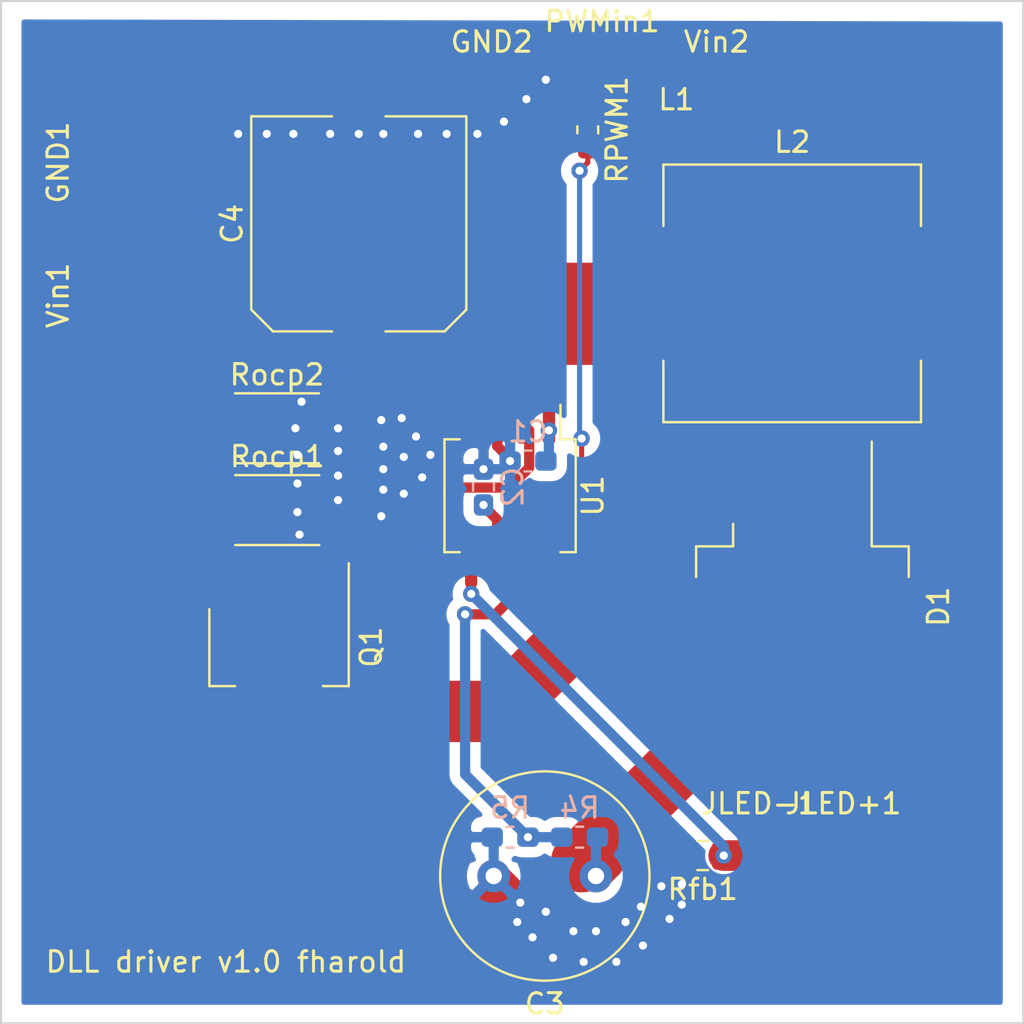
<source format=kicad_pcb>
(kicad_pcb (version 20171130) (host pcbnew "(5.1.6-0-10_14)")

  (general
    (thickness 1.6)
    (drawings 5)
    (tracks 191)
    (zones 0)
    (modules 22)
    (nets 12)
  )

  (page A4)
  (layers
    (0 F.Cu signal)
    (31 B.Cu signal)
    (32 B.Adhes user)
    (33 F.Adhes user)
    (34 B.Paste user)
    (35 F.Paste user)
    (36 B.SilkS user)
    (37 F.SilkS user)
    (38 B.Mask user)
    (39 F.Mask user)
    (40 Dwgs.User user)
    (41 Cmts.User user)
    (42 Eco1.User user)
    (43 Eco2.User user)
    (44 Edge.Cuts user)
    (45 Margin user)
    (46 B.CrtYd user)
    (47 F.CrtYd user)
    (48 B.Fab user)
    (49 F.Fab user)
  )

  (setup
    (last_trace_width 1.5)
    (user_trace_width 0.5)
    (user_trace_width 1.5)
    (user_trace_width 3)
    (user_trace_width 5)
    (trace_clearance 0.2)
    (zone_clearance 0.508)
    (zone_45_only no)
    (trace_min 0.2)
    (via_size 0.8)
    (via_drill 0.4)
    (via_min_size 0.4)
    (via_min_drill 0.3)
    (uvia_size 0.3)
    (uvia_drill 0.1)
    (uvias_allowed no)
    (uvia_min_size 0.2)
    (uvia_min_drill 0.1)
    (edge_width 0.1)
    (segment_width 0.2)
    (pcb_text_width 0.3)
    (pcb_text_size 1.5 1.5)
    (mod_edge_width 0.15)
    (mod_text_size 1 1)
    (mod_text_width 0.15)
    (pad_size 1.524 1.524)
    (pad_drill 0.762)
    (pad_to_mask_clearance 0)
    (aux_axis_origin 0 0)
    (visible_elements FFFFFF7F)
    (pcbplotparams
      (layerselection 0x010fc_ffffffff)
      (usegerberextensions false)
      (usegerberattributes true)
      (usegerberadvancedattributes true)
      (creategerberjobfile true)
      (excludeedgelayer true)
      (linewidth 0.100000)
      (plotframeref false)
      (viasonmask false)
      (mode 1)
      (useauxorigin false)
      (hpglpennumber 1)
      (hpglpenspeed 20)
      (hpglpendiameter 15.000000)
      (psnegative false)
      (psa4output false)
      (plotreference true)
      (plotvalue true)
      (plotinvisibletext false)
      (padsonsilk false)
      (subtractmaskfromsilk false)
      (outputformat 1)
      (mirror false)
      (drillshape 0)
      (scaleselection 1)
      (outputdirectory "driver/"))
  )

  (net 0 "")
  (net 1 GND)
  (net 2 VIN)
  (net 3 "Net-(C2-Pad1)")
  (net 4 LED+)
  (net 5 "Net-(D1-Pad3)")
  (net 6 LED-)
  (net 7 PWM)
  (net 8 "Net-(Q1-Pad3)")
  (net 9 "Net-(Q1-Pad1)")
  (net 10 "Net-(R4-Pad2)")
  (net 11 "Net-(RPWM1-Pad2)")

  (net_class Default "This is the default net class."
    (clearance 0.2)
    (trace_width 0.25)
    (via_dia 0.8)
    (via_drill 0.4)
    (uvia_dia 0.3)
    (uvia_drill 0.1)
    (add_net GND)
    (add_net LED+)
    (add_net LED-)
    (add_net "Net-(C2-Pad1)")
    (add_net "Net-(D1-Pad3)")
    (add_net "Net-(Q1-Pad1)")
    (add_net "Net-(Q1-Pad3)")
    (add_net "Net-(R4-Pad2)")
    (add_net "Net-(RPWM1-Pad2)")
    (add_net PWM)
    (add_net VIN)
  )

  (module Capacitor_SMD:C_0603_1608Metric_Pad1.05x0.95mm_HandSolder (layer B.Cu) (tedit 5B301BBE) (tstamp 5FEE7313)
    (at 50.775 49.5 180)
    (descr "Capacitor SMD 0603 (1608 Metric), square (rectangular) end terminal, IPC_7351 nominal with elongated pad for handsoldering. (Body size source: http://www.tortai-tech.com/upload/download/2011102023233369053.pdf), generated with kicad-footprint-generator")
    (tags "capacitor handsolder")
    (path /5FEE5F7F)
    (attr smd)
    (fp_text reference C1 (at 0 1.43) (layer B.SilkS)
      (effects (font (size 1 1) (thickness 0.15)) (justify mirror))
    )
    (fp_text value 100n (at 0 -1.43) (layer B.Fab)
      (effects (font (size 1 1) (thickness 0.15)) (justify mirror))
    )
    (fp_text user %R (at 0 0) (layer B.Fab)
      (effects (font (size 0.4 0.4) (thickness 0.06)) (justify mirror))
    )
    (fp_line (start -0.8 -0.4) (end -0.8 0.4) (layer B.Fab) (width 0.1))
    (fp_line (start -0.8 0.4) (end 0.8 0.4) (layer B.Fab) (width 0.1))
    (fp_line (start 0.8 0.4) (end 0.8 -0.4) (layer B.Fab) (width 0.1))
    (fp_line (start 0.8 -0.4) (end -0.8 -0.4) (layer B.Fab) (width 0.1))
    (fp_line (start -0.171267 0.51) (end 0.171267 0.51) (layer B.SilkS) (width 0.12))
    (fp_line (start -0.171267 -0.51) (end 0.171267 -0.51) (layer B.SilkS) (width 0.12))
    (fp_line (start -1.65 -0.73) (end -1.65 0.73) (layer B.CrtYd) (width 0.05))
    (fp_line (start -1.65 0.73) (end 1.65 0.73) (layer B.CrtYd) (width 0.05))
    (fp_line (start 1.65 0.73) (end 1.65 -0.73) (layer B.CrtYd) (width 0.05))
    (fp_line (start 1.65 -0.73) (end -1.65 -0.73) (layer B.CrtYd) (width 0.05))
    (pad 2 smd roundrect (at 0.875 0 180) (size 1.05 0.95) (layers B.Cu B.Paste B.Mask) (roundrect_rratio 0.25)
      (net 1 GND))
    (pad 1 smd roundrect (at -0.875 0 180) (size 1.05 0.95) (layers B.Cu B.Paste B.Mask) (roundrect_rratio 0.25)
      (net 2 VIN))
    (model ${KISYS3DMOD}/Capacitor_SMD.3dshapes/C_0603_1608Metric.wrl
      (at (xyz 0 0 0))
      (scale (xyz 1 1 1))
      (rotate (xyz 0 0 0))
    )
  )

  (module Capacitor_SMD:C_0603_1608Metric_Pad1.05x0.95mm_HandSolder (layer B.Cu) (tedit 5B301BBE) (tstamp 5FEE7324)
    (at 48.6 50.775 90)
    (descr "Capacitor SMD 0603 (1608 Metric), square (rectangular) end terminal, IPC_7351 nominal with elongated pad for handsoldering. (Body size source: http://www.tortai-tech.com/upload/download/2011102023233369053.pdf), generated with kicad-footprint-generator")
    (tags "capacitor handsolder")
    (path /5FEE4371)
    (attr smd)
    (fp_text reference C2 (at 0 1.43 270) (layer B.SilkS)
      (effects (font (size 1 1) (thickness 0.15)) (justify mirror))
    )
    (fp_text value 100n (at 0 -1.43 270) (layer B.Fab)
      (effects (font (size 1 1) (thickness 0.15)) (justify mirror))
    )
    (fp_line (start 1.65 -0.73) (end -1.65 -0.73) (layer B.CrtYd) (width 0.05))
    (fp_line (start 1.65 0.73) (end 1.65 -0.73) (layer B.CrtYd) (width 0.05))
    (fp_line (start -1.65 0.73) (end 1.65 0.73) (layer B.CrtYd) (width 0.05))
    (fp_line (start -1.65 -0.73) (end -1.65 0.73) (layer B.CrtYd) (width 0.05))
    (fp_line (start -0.171267 -0.51) (end 0.171267 -0.51) (layer B.SilkS) (width 0.12))
    (fp_line (start -0.171267 0.51) (end 0.171267 0.51) (layer B.SilkS) (width 0.12))
    (fp_line (start 0.8 -0.4) (end -0.8 -0.4) (layer B.Fab) (width 0.1))
    (fp_line (start 0.8 0.4) (end 0.8 -0.4) (layer B.Fab) (width 0.1))
    (fp_line (start -0.8 0.4) (end 0.8 0.4) (layer B.Fab) (width 0.1))
    (fp_line (start -0.8 -0.4) (end -0.8 0.4) (layer B.Fab) (width 0.1))
    (fp_text user %R (at 0 0 270) (layer B.Fab)
      (effects (font (size 0.4 0.4) (thickness 0.06)) (justify mirror))
    )
    (pad 1 smd roundrect (at -0.875 0 90) (size 1.05 0.95) (layers B.Cu B.Paste B.Mask) (roundrect_rratio 0.25)
      (net 3 "Net-(C2-Pad1)"))
    (pad 2 smd roundrect (at 0.875 0 90) (size 1.05 0.95) (layers B.Cu B.Paste B.Mask) (roundrect_rratio 0.25)
      (net 1 GND))
    (model ${KISYS3DMOD}/Capacitor_SMD.3dshapes/C_0603_1608Metric.wrl
      (at (xyz 0 0 0))
      (scale (xyz 1 1 1))
      (rotate (xyz 0 0 0))
    )
  )

  (module Capacitor_THT:C_Radial_D10.0mm_H16.0mm_P5.00mm (layer F.Cu) (tedit 5BC5C9BA) (tstamp 5FEE732E)
    (at 54.1 69.8 180)
    (descr "C, Radial series, Radial, pin pitch=5.00mm, diameter=10mm, height=16mm, Non-Polar Electrolytic Capacitor")
    (tags "C Radial series Radial pin pitch 5.00mm diameter 10mm height 16mm Non-Polar Electrolytic Capacitor")
    (path /5FED6B1E)
    (fp_text reference C3 (at 2.5 -6.25) (layer F.SilkS)
      (effects (font (size 1 1) (thickness 0.15)))
    )
    (fp_text value 4.7u (at 2.5 6.25) (layer F.Fab)
      (effects (font (size 1 1) (thickness 0.15)))
    )
    (fp_circle (center 2.5 0) (end 7.75 0) (layer F.CrtYd) (width 0.05))
    (fp_circle (center 2.5 0) (end 7.62 0) (layer F.SilkS) (width 0.12))
    (fp_circle (center 2.5 0) (end 7.5 0) (layer F.Fab) (width 0.1))
    (fp_text user %R (at 2.5 0) (layer F.Fab)
      (effects (font (size 1 1) (thickness 0.15)))
    )
    (pad 1 thru_hole circle (at 0 0 180) (size 1.6 1.6) (drill 0.8) (layers *.Cu *.Mask)
      (net 4 LED+))
    (pad 2 thru_hole circle (at 5 0 180) (size 1.6 1.6) (drill 0.8) (layers *.Cu *.Mask)
      (net 1 GND))
    (model ${KISYS3DMOD}/Capacitor_THT.3dshapes/C_Radial_D10.0mm_H16.0mm_P5.00mm.wrl
      (at (xyz 0 0 0))
      (scale (xyz 1 1 1))
      (rotate (xyz 0 0 0))
    )
  )

  (module Capacitor_SMD:C_Elec_10x10.2 (layer F.Cu) (tedit 5BC8D926) (tstamp 5FEE7352)
    (at 42.5 37.9 90)
    (descr "SMD capacitor, aluminum electrolytic nonpolar, 10.0x10.2mm")
    (tags "capacitor electrolyic nonpolar")
    (path /5FF127A5)
    (attr smd)
    (fp_text reference C4 (at 0 -6.2 90) (layer F.SilkS)
      (effects (font (size 1 1) (thickness 0.15)))
    )
    (fp_text value 470u (at 0 6.2 90) (layer F.Fab)
      (effects (font (size 1 1) (thickness 0.15)))
    )
    (fp_line (start -6.95 1.3) (end -5.4 1.3) (layer F.CrtYd) (width 0.05))
    (fp_line (start -6.95 -1.3) (end -6.95 1.3) (layer F.CrtYd) (width 0.05))
    (fp_line (start -5.4 -1.3) (end -6.95 -1.3) (layer F.CrtYd) (width 0.05))
    (fp_line (start -5.4 1.3) (end -5.4 4.25) (layer F.CrtYd) (width 0.05))
    (fp_line (start -5.4 -4.25) (end -5.4 -1.3) (layer F.CrtYd) (width 0.05))
    (fp_line (start -5.4 -4.25) (end -4.25 -5.4) (layer F.CrtYd) (width 0.05))
    (fp_line (start -5.4 4.25) (end -4.25 5.4) (layer F.CrtYd) (width 0.05))
    (fp_line (start -4.25 -5.4) (end 5.4 -5.4) (layer F.CrtYd) (width 0.05))
    (fp_line (start -4.25 5.4) (end 5.4 5.4) (layer F.CrtYd) (width 0.05))
    (fp_line (start 5.4 1.3) (end 5.4 5.4) (layer F.CrtYd) (width 0.05))
    (fp_line (start 6.95 1.3) (end 5.4 1.3) (layer F.CrtYd) (width 0.05))
    (fp_line (start 6.95 -1.3) (end 6.95 1.3) (layer F.CrtYd) (width 0.05))
    (fp_line (start 5.4 -1.3) (end 6.95 -1.3) (layer F.CrtYd) (width 0.05))
    (fp_line (start 5.4 -5.4) (end 5.4 -1.3) (layer F.CrtYd) (width 0.05))
    (fp_line (start -5.26 4.195563) (end -4.195563 5.26) (layer F.SilkS) (width 0.12))
    (fp_line (start -5.26 -4.195563) (end -4.195563 -5.26) (layer F.SilkS) (width 0.12))
    (fp_line (start -5.26 -4.195563) (end -5.26 -1.31) (layer F.SilkS) (width 0.12))
    (fp_line (start -5.26 4.195563) (end -5.26 1.31) (layer F.SilkS) (width 0.12))
    (fp_line (start -4.195563 5.26) (end 5.26 5.26) (layer F.SilkS) (width 0.12))
    (fp_line (start -4.195563 -5.26) (end 5.26 -5.26) (layer F.SilkS) (width 0.12))
    (fp_line (start 5.26 -5.26) (end 5.26 -1.31) (layer F.SilkS) (width 0.12))
    (fp_line (start 5.26 5.26) (end 5.26 1.31) (layer F.SilkS) (width 0.12))
    (fp_line (start -5.15 4.15) (end -4.15 5.15) (layer F.Fab) (width 0.1))
    (fp_line (start -5.15 -4.15) (end -4.15 -5.15) (layer F.Fab) (width 0.1))
    (fp_line (start -5.15 -4.15) (end -5.15 4.15) (layer F.Fab) (width 0.1))
    (fp_line (start -4.15 5.15) (end 5.15 5.15) (layer F.Fab) (width 0.1))
    (fp_line (start -4.15 -5.15) (end 5.15 -5.15) (layer F.Fab) (width 0.1))
    (fp_line (start 5.15 -5.15) (end 5.15 5.15) (layer F.Fab) (width 0.1))
    (fp_circle (center 0 0) (end 5 0) (layer F.Fab) (width 0.1))
    (fp_text user %R (at 0 0 90) (layer F.Fab)
      (effects (font (size 1 1) (thickness 0.15)))
    )
    (pad 1 smd roundrect (at -4.4 0 90) (size 4.6 2.1) (layers F.Cu F.Paste F.Mask) (roundrect_rratio 0.119048)
      (net 2 VIN))
    (pad 2 smd roundrect (at 4.4 0 90) (size 4.6 2.1) (layers F.Cu F.Paste F.Mask) (roundrect_rratio 0.119048)
      (net 1 GND))
    (model ${KISYS3DMOD}/Capacitor_SMD.3dshapes/C_Elec_10x10.2.wrl
      (at (xyz 0 0 0))
      (scale (xyz 1 1 1))
      (rotate (xyz 0 0 0))
    )
  )

  (module Package_TO_SOT_SMD:TO-263-3_TabPin4 (layer F.Cu) (tedit 5A70FB9B) (tstamp 5FEE737A)
    (at 64.2 56.625 270)
    (descr "TO-263 / D2PAK / DDPAK SMD package, http://www.infineon.com/cms/en/product/packages/PG-TO263/PG-TO263-3-1/")
    (tags "D2PAK DDPAK TO-263 D2PAK-3 TO-263-3 SOT-404")
    (path /5FEE4186)
    (attr smd)
    (fp_text reference D1 (at 0 -6.65 90) (layer F.SilkS)
      (effects (font (size 1 1) (thickness 0.15)))
    )
    (fp_text value MBRB40250TG (at 0 6.65 90) (layer F.Fab)
      (effects (font (size 1 1) (thickness 0.15)))
    )
    (fp_line (start 8.32 -5.65) (end -8.32 -5.65) (layer F.CrtYd) (width 0.05))
    (fp_line (start 8.32 5.65) (end 8.32 -5.65) (layer F.CrtYd) (width 0.05))
    (fp_line (start -8.32 5.65) (end 8.32 5.65) (layer F.CrtYd) (width 0.05))
    (fp_line (start -8.32 -5.65) (end -8.32 5.65) (layer F.CrtYd) (width 0.05))
    (fp_line (start -2.95 3.39) (end -4.05 3.39) (layer F.SilkS) (width 0.12))
    (fp_line (start -2.95 5.2) (end -2.95 3.39) (layer F.SilkS) (width 0.12))
    (fp_line (start -1.45 5.2) (end -2.95 5.2) (layer F.SilkS) (width 0.12))
    (fp_line (start -2.95 -3.39) (end -8.075 -3.39) (layer F.SilkS) (width 0.12))
    (fp_line (start -2.95 -5.2) (end -2.95 -3.39) (layer F.SilkS) (width 0.12))
    (fp_line (start -1.45 -5.2) (end -2.95 -5.2) (layer F.SilkS) (width 0.12))
    (fp_line (start -7.45 3.04) (end -2.75 3.04) (layer F.Fab) (width 0.1))
    (fp_line (start -7.45 2.04) (end -7.45 3.04) (layer F.Fab) (width 0.1))
    (fp_line (start -2.75 2.04) (end -7.45 2.04) (layer F.Fab) (width 0.1))
    (fp_line (start -7.45 0.5) (end -2.75 0.5) (layer F.Fab) (width 0.1))
    (fp_line (start -7.45 -0.5) (end -7.45 0.5) (layer F.Fab) (width 0.1))
    (fp_line (start -2.75 -0.5) (end -7.45 -0.5) (layer F.Fab) (width 0.1))
    (fp_line (start -7.45 -2.04) (end -2.75 -2.04) (layer F.Fab) (width 0.1))
    (fp_line (start -7.45 -3.04) (end -7.45 -2.04) (layer F.Fab) (width 0.1))
    (fp_line (start -2.75 -3.04) (end -7.45 -3.04) (layer F.Fab) (width 0.1))
    (fp_line (start -1.75 -5) (end 6.5 -5) (layer F.Fab) (width 0.1))
    (fp_line (start -2.75 -4) (end -1.75 -5) (layer F.Fab) (width 0.1))
    (fp_line (start -2.75 5) (end -2.75 -4) (layer F.Fab) (width 0.1))
    (fp_line (start 6.5 5) (end -2.75 5) (layer F.Fab) (width 0.1))
    (fp_line (start 6.5 -5) (end 6.5 5) (layer F.Fab) (width 0.1))
    (fp_line (start 7.5 5) (end 6.5 5) (layer F.Fab) (width 0.1))
    (fp_line (start 7.5 -5) (end 7.5 5) (layer F.Fab) (width 0.1))
    (fp_line (start 6.5 -5) (end 7.5 -5) (layer F.Fab) (width 0.1))
    (fp_text user %R (at 0 0 90) (layer F.Fab)
      (effects (font (size 1 1) (thickness 0.15)))
    )
    (pad 1 smd rect (at -5.775 -2.54 270) (size 4.6 1.1) (layers F.Cu F.Paste F.Mask))
    (pad 2 smd rect (at -5.775 0 270) (size 4.6 1.1) (layers F.Cu F.Paste F.Mask))
    (pad 3 smd rect (at -5.775 2.54 270) (size 4.6 1.1) (layers F.Cu F.Paste F.Mask)
      (net 5 "Net-(D1-Pad3)"))
    (pad 4 smd rect (at 3.375 0 270) (size 9.4 10.8) (layers F.Cu F.Mask)
      (net 4 LED+))
    (pad "" smd rect (at 5.8 2.775 270) (size 4.55 5.25) (layers F.Paste))
    (pad "" smd rect (at 0.95 -2.775 270) (size 4.55 5.25) (layers F.Paste))
    (pad "" smd rect (at 5.8 -2.775 270) (size 4.55 5.25) (layers F.Paste))
    (pad "" smd rect (at 0.95 2.775 270) (size 4.55 5.25) (layers F.Paste))
    (model ${KISYS3DMOD}/Package_TO_SOT_SMD.3dshapes/TO-263-3_TabPin4.wrl
      (at (xyz 0 0 0))
      (scale (xyz 1 1 1))
      (rotate (xyz 0 0 0))
    )
  )

  (module Connector_Wire:SolderWirePad_1x01_SMD_5x10mm (layer F.Cu) (tedit 5640A485) (tstamp 5FEE7384)
    (at 31.6 34.9 90)
    (descr "Wire Pad, Square, SMD Pad,  5mm x 10mm,")
    (tags "MesurementPoint Square SMDPad 5mmx10mm ")
    (path /5FF08E25)
    (attr smd virtual)
    (fp_text reference GND1 (at 0 -3.81 90) (layer F.SilkS)
      (effects (font (size 1 1) (thickness 0.15)))
    )
    (fp_text value Conn_01x01_Female (at 0 6.35 90) (layer F.Fab)
      (effects (font (size 1 1) (thickness 0.15)))
    )
    (fp_line (start -2.75 -5.25) (end -2.75 5.25) (layer F.CrtYd) (width 0.05))
    (fp_line (start -2.75 5.25) (end 2.75 5.25) (layer F.CrtYd) (width 0.05))
    (fp_line (start 2.75 5.25) (end 2.75 -5.25) (layer F.CrtYd) (width 0.05))
    (fp_line (start 2.75 -5.25) (end -2.75 -5.25) (layer F.CrtYd) (width 0.05))
    (fp_text user %R (at 0 0 90) (layer F.Fab)
      (effects (font (size 1 1) (thickness 0.15)))
    )
    (pad 1 smd rect (at 0 0 90) (size 5 10) (layers F.Cu F.Paste F.Mask)
      (net 1 GND))
  )

  (module Connector_Wire:SolderWirePad_1x01_SMD_1x2mm (layer F.Cu) (tedit 5DD6EB27) (tstamp 5FEE7392)
    (at 52.4 30.1)
    (descr "Wire Pad, Square, SMD Pad,  5mm x 10mm,")
    (tags "MesurementPoint Square SMDPad 5mmx10mm ")
    (path /5FF064C9)
    (attr virtual)
    (fp_text reference GND2 (at -3.4 -1.1 180) (layer F.SilkS)
      (effects (font (size 1 1) (thickness 0.15)))
    )
    (fp_text value Conn_01x01_Female (at 0 2.54) (layer F.Fab)
      (effects (font (size 1 1) (thickness 0.15)))
    )
    (fp_line (start -0.63 1.27) (end -0.63 -1.27) (layer F.Fab) (width 0.1))
    (fp_line (start 0.63 1.27) (end -0.63 1.27) (layer F.Fab) (width 0.1))
    (fp_line (start 0.63 -1.27) (end 0.63 1.27) (layer F.Fab) (width 0.1))
    (fp_line (start -0.63 -1.27) (end 0.63 -1.27) (layer F.Fab) (width 0.1))
    (fp_line (start -0.63 -1.27) (end -0.63 1.27) (layer F.CrtYd) (width 0.05))
    (fp_line (start -0.63 1.27) (end 0.63 1.27) (layer F.CrtYd) (width 0.05))
    (fp_line (start 0.63 1.27) (end 0.63 -1.27) (layer F.CrtYd) (width 0.05))
    (fp_line (start 0.63 -1.27) (end -0.63 -1.27) (layer F.CrtYd) (width 0.05))
    (fp_text user %R (at 0 0) (layer F.Fab)
      (effects (font (size 1 1) (thickness 0.15)))
    )
    (pad 1 smd roundrect (at 0 0) (size 1 2) (layers F.Cu F.Paste F.Mask) (roundrect_rratio 0.25)
      (net 1 GND))
  )

  (module Connector_Wire:SolderWirePad_1x01_SMD_1x2mm (layer F.Cu) (tedit 5DD6EB27) (tstamp 5FEE73A0)
    (at 66.2 68.8)
    (descr "Wire Pad, Square, SMD Pad,  5mm x 10mm,")
    (tags "MesurementPoint Square SMDPad 5mmx10mm ")
    (path /5FF07855)
    (attr virtual)
    (fp_text reference JLED+1 (at 0 -2.54) (layer F.SilkS)
      (effects (font (size 1 1) (thickness 0.15)))
    )
    (fp_text value Conn_01x01_Female (at 0 2.54) (layer F.Fab)
      (effects (font (size 1 1) (thickness 0.15)))
    )
    (fp_line (start -0.63 1.27) (end -0.63 -1.27) (layer F.Fab) (width 0.1))
    (fp_line (start 0.63 1.27) (end -0.63 1.27) (layer F.Fab) (width 0.1))
    (fp_line (start 0.63 -1.27) (end 0.63 1.27) (layer F.Fab) (width 0.1))
    (fp_line (start -0.63 -1.27) (end 0.63 -1.27) (layer F.Fab) (width 0.1))
    (fp_line (start -0.63 -1.27) (end -0.63 1.27) (layer F.CrtYd) (width 0.05))
    (fp_line (start -0.63 1.27) (end 0.63 1.27) (layer F.CrtYd) (width 0.05))
    (fp_line (start 0.63 1.27) (end 0.63 -1.27) (layer F.CrtYd) (width 0.05))
    (fp_line (start 0.63 -1.27) (end -0.63 -1.27) (layer F.CrtYd) (width 0.05))
    (fp_text user %R (at 0 0) (layer F.Fab)
      (effects (font (size 1 1) (thickness 0.15)))
    )
    (pad 1 smd roundrect (at 0 0) (size 1 2) (layers F.Cu F.Paste F.Mask) (roundrect_rratio 0.25)
      (net 4 LED+))
  )

  (module Connector_Wire:SolderWirePad_1x01_SMD_1x2mm (layer F.Cu) (tedit 5DD6EB27) (tstamp 5FEE73AE)
    (at 62.1 68.8)
    (descr "Wire Pad, Square, SMD Pad,  5mm x 10mm,")
    (tags "MesurementPoint Square SMDPad 5mmx10mm ")
    (path /5FF06AF6)
    (attr virtual)
    (fp_text reference JLED-1 (at 0 -2.54) (layer F.SilkS)
      (effects (font (size 1 1) (thickness 0.15)))
    )
    (fp_text value Conn_01x01_Female (at 0 2.54) (layer F.Fab)
      (effects (font (size 1 1) (thickness 0.15)))
    )
    (fp_text user %R (at 0 0) (layer F.Fab)
      (effects (font (size 1 1) (thickness 0.15)))
    )
    (fp_line (start 0.63 -1.27) (end -0.63 -1.27) (layer F.CrtYd) (width 0.05))
    (fp_line (start 0.63 1.27) (end 0.63 -1.27) (layer F.CrtYd) (width 0.05))
    (fp_line (start -0.63 1.27) (end 0.63 1.27) (layer F.CrtYd) (width 0.05))
    (fp_line (start -0.63 -1.27) (end -0.63 1.27) (layer F.CrtYd) (width 0.05))
    (fp_line (start -0.63 -1.27) (end 0.63 -1.27) (layer F.Fab) (width 0.1))
    (fp_line (start 0.63 -1.27) (end 0.63 1.27) (layer F.Fab) (width 0.1))
    (fp_line (start 0.63 1.27) (end -0.63 1.27) (layer F.Fab) (width 0.1))
    (fp_line (start -0.63 1.27) (end -0.63 -1.27) (layer F.Fab) (width 0.1))
    (pad 1 smd roundrect (at 0 0) (size 1 2) (layers F.Cu F.Paste F.Mask) (roundrect_rratio 0.25)
      (net 6 LED-))
  )

  (module Inductor_SMD:L_17x17_H7 (layer F.Cu) (tedit 5FEE640D) (tstamp 5FEE73B9)
    (at 60.575 30.55)
    (path /5FED25F5)
    (fp_text reference L1 (at -2.54 1.27) (layer F.SilkS)
      (effects (font (size 1 1) (thickness 0.15)))
    )
    (fp_text value Lx (at 0 -0.5) (layer F.Fab)
      (effects (font (size 1 1) (thickness 0.15)))
    )
    (fp_line (start 12.5 20.5) (end 12.5 14.5) (layer Dwgs.User) (width 0.12))
    (fp_line (start -6 20.5) (end 12.5 20.5) (layer Dwgs.User) (width 0.12))
    (fp_line (start -6 2) (end -6 20.5) (layer Dwgs.User) (width 0.12))
    (fp_line (start 12.5 2) (end 12.5 14.5) (layer Dwgs.User) (width 0.12))
    (fp_line (start -6 2) (end 12.5 2) (layer Dwgs.User) (width 0.12))
    (pad 1 smd rect (at -4.5 11) (size 3.15 12.5) (layers F.Cu F.Paste F.Mask)
      (net 2 VIN))
    (pad 2 smd rect (at 11 11) (size 3.15 12.5) (layers F.Cu F.Paste F.Mask)
      (net 5 "Net-(D1-Pad3)"))
  )

  (module Inductor_SMD:L_12x12mm_H8mm (layer F.Cu) (tedit 5990349C) (tstamp 5FEE7408)
    (at 63.7 41.3)
    (descr "Choke, SMD, 12x12mm 8mm height")
    (tags "Choke SMD")
    (path /5FEEA019)
    (attr smd)
    (fp_text reference L2 (at 0 -7.4) (layer F.SilkS)
      (effects (font (size 1 1) (thickness 0.15)))
    )
    (fp_text value Ls (at 0 7.6) (layer F.Fab)
      (effects (font (size 1 1) (thickness 0.15)))
    )
    (fp_circle (center -2.1 3) (end -1.8 3.25) (layer F.Fab) (width 0.1))
    (fp_circle (center 0 0) (end 0.15 0.15) (layer F.Adhes) (width 0.38))
    (fp_circle (center 0 0) (end 0.55 0) (layer F.Adhes) (width 0.38))
    (fp_circle (center 0 0) (end 0.9 0) (layer F.Adhes) (width 0.38))
    (fp_line (start 6.2 -6.2) (end 6.2 -3.3) (layer F.Fab) (width 0.1))
    (fp_line (start -6.2 -6.2) (end -6.2 -3.3) (layer F.Fab) (width 0.1))
    (fp_line (start 6.2 -6.2) (end -6.2 -6.2) (layer F.Fab) (width 0.1))
    (fp_line (start 6.2 6.2) (end 6.2 3.3) (layer F.Fab) (width 0.1))
    (fp_line (start -6.2 6.2) (end 6.2 6.2) (layer F.Fab) (width 0.1))
    (fp_line (start -6.2 3.3) (end -6.2 6.2) (layer F.Fab) (width 0.1))
    (fp_line (start -5 -3.5) (end -4.8 -3.2) (layer F.Fab) (width 0.1))
    (fp_line (start -5.1 -4) (end -5 -3.5) (layer F.Fab) (width 0.1))
    (fp_line (start -4.9 -4.5) (end -5.1 -4) (layer F.Fab) (width 0.1))
    (fp_line (start -4.6 -4.8) (end -4.9 -4.5) (layer F.Fab) (width 0.1))
    (fp_line (start -4.2 -5) (end -4.6 -4.8) (layer F.Fab) (width 0.1))
    (fp_line (start -3.7 -5.1) (end -4.2 -5) (layer F.Fab) (width 0.1))
    (fp_line (start -3.3 -4.9) (end -3.7 -5.1) (layer F.Fab) (width 0.1))
    (fp_line (start -3 -4.7) (end -3.3 -4.9) (layer F.Fab) (width 0.1))
    (fp_line (start -2.6 -4.9) (end -3 -4.7) (layer F.Fab) (width 0.1))
    (fp_line (start -1.7 -5.3) (end -2.6 -4.9) (layer F.Fab) (width 0.1))
    (fp_line (start -0.8 -5.5) (end -1.7 -5.3) (layer F.Fab) (width 0.1))
    (fp_line (start 0 -5.6) (end -0.8 -5.5) (layer F.Fab) (width 0.1))
    (fp_line (start 0.9 -5.5) (end 0 -5.6) (layer F.Fab) (width 0.1))
    (fp_line (start 1.7 -5.3) (end 0.9 -5.5) (layer F.Fab) (width 0.1))
    (fp_line (start 2.2 -5.1) (end 1.7 -5.3) (layer F.Fab) (width 0.1))
    (fp_line (start 2.6 -4.9) (end 2.2 -5.1) (layer F.Fab) (width 0.1))
    (fp_line (start 3 -4.6) (end 2.6 -4.9) (layer F.Fab) (width 0.1))
    (fp_line (start 3.3 -4.9) (end 3 -4.6) (layer F.Fab) (width 0.1))
    (fp_line (start 3.6 -5) (end 3.3 -4.9) (layer F.Fab) (width 0.1))
    (fp_line (start 3.9 -5.1) (end 3.6 -5) (layer F.Fab) (width 0.1))
    (fp_line (start 4.2 -5.1) (end 3.9 -5.1) (layer F.Fab) (width 0.1))
    (fp_line (start 4.5 -4.9) (end 4.2 -5.1) (layer F.Fab) (width 0.1))
    (fp_line (start 4.8 -4.7) (end 4.5 -4.9) (layer F.Fab) (width 0.1))
    (fp_line (start 5 -4.3) (end 4.8 -4.7) (layer F.Fab) (width 0.1))
    (fp_line (start 5.1 -4) (end 5 -4.3) (layer F.Fab) (width 0.1))
    (fp_line (start 5 -3.6) (end 5.1 -4) (layer F.Fab) (width 0.1))
    (fp_line (start 4.9 -3.3) (end 5 -3.6) (layer F.Fab) (width 0.1))
    (fp_line (start -5 3.6) (end -4.8 3.2) (layer F.Fab) (width 0.1))
    (fp_line (start -5.1 4.1) (end -5 3.6) (layer F.Fab) (width 0.1))
    (fp_line (start -4.9 4.6) (end -5.1 4.1) (layer F.Fab) (width 0.1))
    (fp_line (start -4.6 4.8) (end -4.9 4.6) (layer F.Fab) (width 0.1))
    (fp_line (start -4.3 5) (end -4.6 4.8) (layer F.Fab) (width 0.1))
    (fp_line (start -3.9 5.1) (end -4.3 5) (layer F.Fab) (width 0.1))
    (fp_line (start -3.3 4.9) (end -3.9 5.1) (layer F.Fab) (width 0.1))
    (fp_line (start -3 4.7) (end -3.3 4.9) (layer F.Fab) (width 0.1))
    (fp_line (start -2.6 4.9) (end -3 4.7) (layer F.Fab) (width 0.1))
    (fp_line (start -2.1 5.1) (end -2.6 4.9) (layer F.Fab) (width 0.1))
    (fp_line (start -1.5 5.3) (end -2.1 5.1) (layer F.Fab) (width 0.1))
    (fp_line (start -0.6 5.5) (end -1.5 5.3) (layer F.Fab) (width 0.1))
    (fp_line (start 0.6 5.5) (end -0.6 5.5) (layer F.Fab) (width 0.1))
    (fp_line (start 1.6 5.3) (end 0.6 5.5) (layer F.Fab) (width 0.1))
    (fp_line (start 2.4 5) (end 1.6 5.3) (layer F.Fab) (width 0.1))
    (fp_line (start 3 4.6) (end 2.4 5) (layer F.Fab) (width 0.1))
    (fp_line (start 3.1 4.7) (end 3 4.6) (layer F.Fab) (width 0.1))
    (fp_line (start 3.5 5) (end 3.1 4.7) (layer F.Fab) (width 0.1))
    (fp_line (start 4 5.1) (end 3.5 5) (layer F.Fab) (width 0.1))
    (fp_line (start 4.5 5) (end 4 5.1) (layer F.Fab) (width 0.1))
    (fp_line (start 4.8 4.6) (end 4.5 5) (layer F.Fab) (width 0.1))
    (fp_line (start 5 4.3) (end 4.8 4.6) (layer F.Fab) (width 0.1))
    (fp_line (start 5.1 3.8) (end 5 4.3) (layer F.Fab) (width 0.1))
    (fp_line (start 5 3.4) (end 5.1 3.8) (layer F.Fab) (width 0.1))
    (fp_line (start 4.9 3.3) (end 5 3.4) (layer F.Fab) (width 0.1))
    (fp_line (start -6.86 6.6) (end -6.86 -6.6) (layer F.CrtYd) (width 0.05))
    (fp_line (start 6.86 6.6) (end -6.86 6.6) (layer F.CrtYd) (width 0.05))
    (fp_line (start 6.86 -6.6) (end 6.86 6.6) (layer F.CrtYd) (width 0.05))
    (fp_line (start -6.86 -6.6) (end 6.86 -6.6) (layer F.CrtYd) (width 0.05))
    (fp_line (start 6.3 -6.3) (end 6.3 -3.3) (layer F.SilkS) (width 0.12))
    (fp_line (start -6.3 -6.3) (end 6.3 -6.3) (layer F.SilkS) (width 0.12))
    (fp_line (start -6.3 -3.3) (end -6.3 -6.3) (layer F.SilkS) (width 0.12))
    (fp_line (start -6.3 6.3) (end -6.3 3.3) (layer F.SilkS) (width 0.12))
    (fp_line (start 6.3 6.3) (end -6.3 6.3) (layer F.SilkS) (width 0.12))
    (fp_line (start 6.3 3.3) (end 6.3 6.3) (layer F.SilkS) (width 0.12))
    (fp_text user %R (at 0 0) (layer F.Fab)
      (effects (font (size 1 1) (thickness 0.15)))
    )
    (pad 1 smd rect (at -4.95 0) (size 2.9 5.4) (layers F.Cu F.Paste F.Mask)
      (net 2 VIN))
    (pad 2 smd rect (at 4.95 0) (size 2.9 5.4) (layers F.Cu F.Paste F.Mask)
      (net 5 "Net-(D1-Pad3)"))
    (model ${KISYS3DMOD}/Inductor_SMD.3dshapes/L_12x12mm_H8mm.wrl
      (at (xyz 0 0 0))
      (scale (xyz 1 1 1))
      (rotate (xyz 0 0 0))
    )
  )

  (module Connector_Wire:SolderWirePad_1x01_SMD_1x2mm (layer F.Cu) (tedit 5DD6EB27) (tstamp 5FEE7416)
    (at 54.3 30.1)
    (descr "Wire Pad, Square, SMD Pad,  5mm x 10mm,")
    (tags "MesurementPoint Square SMDPad 5mmx10mm ")
    (path /5FF089B1)
    (attr virtual)
    (fp_text reference PWMin1 (at 0.1 -2.1) (layer F.SilkS)
      (effects (font (size 1 1) (thickness 0.15)))
    )
    (fp_text value Conn_01x01_Female (at 0 2.54) (layer F.Fab)
      (effects (font (size 1 1) (thickness 0.15)))
    )
    (fp_text user %R (at 0 0) (layer F.Fab)
      (effects (font (size 1 1) (thickness 0.15)))
    )
    (fp_line (start 0.63 -1.27) (end -0.63 -1.27) (layer F.CrtYd) (width 0.05))
    (fp_line (start 0.63 1.27) (end 0.63 -1.27) (layer F.CrtYd) (width 0.05))
    (fp_line (start -0.63 1.27) (end 0.63 1.27) (layer F.CrtYd) (width 0.05))
    (fp_line (start -0.63 -1.27) (end -0.63 1.27) (layer F.CrtYd) (width 0.05))
    (fp_line (start -0.63 -1.27) (end 0.63 -1.27) (layer F.Fab) (width 0.1))
    (fp_line (start 0.63 -1.27) (end 0.63 1.27) (layer F.Fab) (width 0.1))
    (fp_line (start 0.63 1.27) (end -0.63 1.27) (layer F.Fab) (width 0.1))
    (fp_line (start -0.63 1.27) (end -0.63 -1.27) (layer F.Fab) (width 0.1))
    (pad 1 smd roundrect (at 0 0) (size 1 2) (layers F.Cu F.Paste F.Mask) (roundrect_rratio 0.25)
      (net 7 PWM))
  )

  (module Package_TO_SOT_SMD:SOT-223-3_TabPin2 (layer F.Cu) (tedit 5A02FF57) (tstamp 5FEE742C)
    (at 38.6 58.6 270)
    (descr "module CMS SOT223 4 pins")
    (tags "CMS SOT")
    (path /5FEFBE59)
    (attr smd)
    (fp_text reference Q1 (at 0 -4.5 90) (layer F.SilkS)
      (effects (font (size 1 1) (thickness 0.15)))
    )
    (fp_text value Q_NMOS_GDS (at 0 4.5 90) (layer F.Fab)
      (effects (font (size 1 1) (thickness 0.15)))
    )
    (fp_line (start 1.85 -3.35) (end 1.85 3.35) (layer F.Fab) (width 0.1))
    (fp_line (start -1.85 3.35) (end 1.85 3.35) (layer F.Fab) (width 0.1))
    (fp_line (start -4.1 -3.41) (end 1.91 -3.41) (layer F.SilkS) (width 0.12))
    (fp_line (start -0.85 -3.35) (end 1.85 -3.35) (layer F.Fab) (width 0.1))
    (fp_line (start -1.85 3.41) (end 1.91 3.41) (layer F.SilkS) (width 0.12))
    (fp_line (start -1.85 -2.35) (end -1.85 3.35) (layer F.Fab) (width 0.1))
    (fp_line (start -1.85 -2.35) (end -0.85 -3.35) (layer F.Fab) (width 0.1))
    (fp_line (start -4.4 -3.6) (end -4.4 3.6) (layer F.CrtYd) (width 0.05))
    (fp_line (start -4.4 3.6) (end 4.4 3.6) (layer F.CrtYd) (width 0.05))
    (fp_line (start 4.4 3.6) (end 4.4 -3.6) (layer F.CrtYd) (width 0.05))
    (fp_line (start 4.4 -3.6) (end -4.4 -3.6) (layer F.CrtYd) (width 0.05))
    (fp_line (start 1.91 -3.41) (end 1.91 -2.15) (layer F.SilkS) (width 0.12))
    (fp_line (start 1.91 3.41) (end 1.91 2.15) (layer F.SilkS) (width 0.12))
    (fp_text user %R (at 0 0) (layer F.Fab)
      (effects (font (size 0.8 0.8) (thickness 0.12)))
    )
    (pad 2 smd rect (at 3.15 0 270) (size 2 3.8) (layers F.Cu F.Paste F.Mask)
      (net 5 "Net-(D1-Pad3)"))
    (pad 2 smd rect (at -3.15 0 270) (size 2 1.5) (layers F.Cu F.Paste F.Mask)
      (net 5 "Net-(D1-Pad3)"))
    (pad 3 smd rect (at -3.15 2.3 270) (size 2 1.5) (layers F.Cu F.Paste F.Mask)
      (net 8 "Net-(Q1-Pad3)"))
    (pad 1 smd rect (at -3.15 -2.3 270) (size 2 1.5) (layers F.Cu F.Paste F.Mask)
      (net 9 "Net-(Q1-Pad1)"))
    (model ${KISYS3DMOD}/Package_TO_SOT_SMD.3dshapes/SOT-223.wrl
      (at (xyz 0 0 0))
      (scale (xyz 1 1 1))
      (rotate (xyz 0 0 0))
    )
  )

  (module Resistor_SMD:R_0603_1608Metric_Pad1.05x0.95mm_HandSolder (layer B.Cu) (tedit 5B301BBD) (tstamp 5FEE743D)
    (at 53.3 67.9 180)
    (descr "Resistor SMD 0603 (1608 Metric), square (rectangular) end terminal, IPC_7351 nominal with elongated pad for handsoldering. (Body size source: http://www.tortai-tech.com/upload/download/2011102023233369053.pdf), generated with kicad-footprint-generator")
    (tags "resistor handsolder")
    (path /5FED81F6)
    (attr smd)
    (fp_text reference R4 (at 0 1.43) (layer B.SilkS)
      (effects (font (size 1 1) (thickness 0.15)) (justify mirror))
    )
    (fp_text value 170k (at -3.6 0) (layer B.Fab)
      (effects (font (size 1 1) (thickness 0.15)) (justify mirror))
    )
    (fp_line (start 1.65 -0.73) (end -1.65 -0.73) (layer B.CrtYd) (width 0.05))
    (fp_line (start 1.65 0.73) (end 1.65 -0.73) (layer B.CrtYd) (width 0.05))
    (fp_line (start -1.65 0.73) (end 1.65 0.73) (layer B.CrtYd) (width 0.05))
    (fp_line (start -1.65 -0.73) (end -1.65 0.73) (layer B.CrtYd) (width 0.05))
    (fp_line (start -0.171267 -0.51) (end 0.171267 -0.51) (layer B.SilkS) (width 0.12))
    (fp_line (start -0.171267 0.51) (end 0.171267 0.51) (layer B.SilkS) (width 0.12))
    (fp_line (start 0.8 -0.4) (end -0.8 -0.4) (layer B.Fab) (width 0.1))
    (fp_line (start 0.8 0.4) (end 0.8 -0.4) (layer B.Fab) (width 0.1))
    (fp_line (start -0.8 0.4) (end 0.8 0.4) (layer B.Fab) (width 0.1))
    (fp_line (start -0.8 -0.4) (end -0.8 0.4) (layer B.Fab) (width 0.1))
    (fp_text user %R (at 0 0) (layer B.Fab)
      (effects (font (size 0.4 0.4) (thickness 0.06)) (justify mirror))
    )
    (pad 1 smd roundrect (at -0.875 0 180) (size 1.05 0.95) (layers B.Cu B.Paste B.Mask) (roundrect_rratio 0.25)
      (net 4 LED+))
    (pad 2 smd roundrect (at 0.875 0 180) (size 1.05 0.95) (layers B.Cu B.Paste B.Mask) (roundrect_rratio 0.25)
      (net 10 "Net-(R4-Pad2)"))
    (model ${KISYS3DMOD}/Resistor_SMD.3dshapes/R_0603_1608Metric.wrl
      (at (xyz 0 0 0))
      (scale (xyz 1 1 1))
      (rotate (xyz 0 0 0))
    )
  )

  (module Resistor_SMD:R_0603_1608Metric_Pad1.05x0.95mm_HandSolder (layer B.Cu) (tedit 5B301BBD) (tstamp 5FEE744E)
    (at 49.9 67.9 180)
    (descr "Resistor SMD 0603 (1608 Metric), square (rectangular) end terminal, IPC_7351 nominal with elongated pad for handsoldering. (Body size source: http://www.tortai-tech.com/upload/download/2011102023233369053.pdf), generated with kicad-footprint-generator")
    (tags "resistor handsolder")
    (path /5FED8AF0)
    (attr smd)
    (fp_text reference R5 (at 0 1.43) (layer B.SilkS)
      (effects (font (size 1 1) (thickness 0.15)) (justify mirror))
    )
    (fp_text value 10k (at 3.1 0) (layer B.Fab)
      (effects (font (size 1 1) (thickness 0.15)) (justify mirror))
    )
    (fp_text user %R (at 0 0) (layer B.Fab)
      (effects (font (size 0.4 0.4) (thickness 0.06)) (justify mirror))
    )
    (fp_line (start -0.8 -0.4) (end -0.8 0.4) (layer B.Fab) (width 0.1))
    (fp_line (start -0.8 0.4) (end 0.8 0.4) (layer B.Fab) (width 0.1))
    (fp_line (start 0.8 0.4) (end 0.8 -0.4) (layer B.Fab) (width 0.1))
    (fp_line (start 0.8 -0.4) (end -0.8 -0.4) (layer B.Fab) (width 0.1))
    (fp_line (start -0.171267 0.51) (end 0.171267 0.51) (layer B.SilkS) (width 0.12))
    (fp_line (start -0.171267 -0.51) (end 0.171267 -0.51) (layer B.SilkS) (width 0.12))
    (fp_line (start -1.65 -0.73) (end -1.65 0.73) (layer B.CrtYd) (width 0.05))
    (fp_line (start -1.65 0.73) (end 1.65 0.73) (layer B.CrtYd) (width 0.05))
    (fp_line (start 1.65 0.73) (end 1.65 -0.73) (layer B.CrtYd) (width 0.05))
    (fp_line (start 1.65 -0.73) (end -1.65 -0.73) (layer B.CrtYd) (width 0.05))
    (pad 2 smd roundrect (at 0.875 0 180) (size 1.05 0.95) (layers B.Cu B.Paste B.Mask) (roundrect_rratio 0.25)
      (net 1 GND))
    (pad 1 smd roundrect (at -0.875 0 180) (size 1.05 0.95) (layers B.Cu B.Paste B.Mask) (roundrect_rratio 0.25)
      (net 10 "Net-(R4-Pad2)"))
    (model ${KISYS3DMOD}/Resistor_SMD.3dshapes/R_0603_1608Metric.wrl
      (at (xyz 0 0 0))
      (scale (xyz 1 1 1))
      (rotate (xyz 0 0 0))
    )
  )

  (module Resistor_SMD:R_0805_2012Metric_Pad1.15x1.40mm_HandSolder (layer F.Cu) (tedit 5B36C52B) (tstamp 5FEE745F)
    (at 59.325 68.8 180)
    (descr "Resistor SMD 0805 (2012 Metric), square (rectangular) end terminal, IPC_7351 nominal with elongated pad for handsoldering. (Body size source: https://docs.google.com/spreadsheets/d/1BsfQQcO9C6DZCsRaXUlFlo91Tg2WpOkGARC1WS5S8t0/edit?usp=sharing), generated with kicad-footprint-generator")
    (tags "resistor handsolder")
    (path /5FEE8184)
    (attr smd)
    (fp_text reference Rfb1 (at 0 -1.65) (layer F.SilkS)
      (effects (font (size 1 1) (thickness 0.15)))
    )
    (fp_text value 1.33 (at 0 1.65) (layer F.Fab)
      (effects (font (size 1 1) (thickness 0.15)))
    )
    (fp_line (start 1.85 0.95) (end -1.85 0.95) (layer F.CrtYd) (width 0.05))
    (fp_line (start 1.85 -0.95) (end 1.85 0.95) (layer F.CrtYd) (width 0.05))
    (fp_line (start -1.85 -0.95) (end 1.85 -0.95) (layer F.CrtYd) (width 0.05))
    (fp_line (start -1.85 0.95) (end -1.85 -0.95) (layer F.CrtYd) (width 0.05))
    (fp_line (start -0.261252 0.71) (end 0.261252 0.71) (layer F.SilkS) (width 0.12))
    (fp_line (start -0.261252 -0.71) (end 0.261252 -0.71) (layer F.SilkS) (width 0.12))
    (fp_line (start 1 0.6) (end -1 0.6) (layer F.Fab) (width 0.1))
    (fp_line (start 1 -0.6) (end 1 0.6) (layer F.Fab) (width 0.1))
    (fp_line (start -1 -0.6) (end 1 -0.6) (layer F.Fab) (width 0.1))
    (fp_line (start -1 0.6) (end -1 -0.6) (layer F.Fab) (width 0.1))
    (fp_text user %R (at 0 0) (layer F.Fab)
      (effects (font (size 0.5 0.5) (thickness 0.08)))
    )
    (pad 1 smd roundrect (at -1.025 0 180) (size 1.15 1.4) (layers F.Cu F.Paste F.Mask) (roundrect_rratio 0.217391)
      (net 6 LED-))
    (pad 2 smd roundrect (at 1.025 0 180) (size 1.15 1.4) (layers F.Cu F.Paste F.Mask) (roundrect_rratio 0.217391)
      (net 1 GND))
    (model ${KISYS3DMOD}/Resistor_SMD.3dshapes/R_0805_2012Metric.wrl
      (at (xyz 0 0 0))
      (scale (xyz 1 1 1))
      (rotate (xyz 0 0 0))
    )
  )

  (module Resistor_SMD:R_2512_6332Metric_Pad1.52x3.35mm_HandSolder (layer F.Cu) (tedit 5B301BBD) (tstamp 5FEE7470)
    (at 38.5125 51.9)
    (descr "Resistor SMD 2512 (6332 Metric), square (rectangular) end terminal, IPC_7351 nominal with elongated pad for handsoldering. (Body size source: http://www.tortai-tech.com/upload/download/2011102023233369053.pdf), generated with kicad-footprint-generator")
    (tags "resistor handsolder")
    (path /5FEE3687)
    (attr smd)
    (fp_text reference Rocp1 (at 0 -2.62) (layer F.SilkS)
      (effects (font (size 1 1) (thickness 0.15)))
    )
    (fp_text value Rocp (at 0 2.62) (layer F.Fab)
      (effects (font (size 1 1) (thickness 0.15)))
    )
    (fp_line (start 4 1.92) (end -4 1.92) (layer F.CrtYd) (width 0.05))
    (fp_line (start 4 -1.92) (end 4 1.92) (layer F.CrtYd) (width 0.05))
    (fp_line (start -4 -1.92) (end 4 -1.92) (layer F.CrtYd) (width 0.05))
    (fp_line (start -4 1.92) (end -4 -1.92) (layer F.CrtYd) (width 0.05))
    (fp_line (start -2.052064 1.71) (end 2.052064 1.71) (layer F.SilkS) (width 0.12))
    (fp_line (start -2.052064 -1.71) (end 2.052064 -1.71) (layer F.SilkS) (width 0.12))
    (fp_line (start 3.15 1.6) (end -3.15 1.6) (layer F.Fab) (width 0.1))
    (fp_line (start 3.15 -1.6) (end 3.15 1.6) (layer F.Fab) (width 0.1))
    (fp_line (start -3.15 -1.6) (end 3.15 -1.6) (layer F.Fab) (width 0.1))
    (fp_line (start -3.15 1.6) (end -3.15 -1.6) (layer F.Fab) (width 0.1))
    (fp_text user %R (at 0 0) (layer F.Fab)
      (effects (font (size 1 1) (thickness 0.15)))
    )
    (pad 1 smd roundrect (at -2.9875 0) (size 1.525 3.35) (layers F.Cu F.Paste F.Mask) (roundrect_rratio 0.163934)
      (net 8 "Net-(Q1-Pad3)"))
    (pad 2 smd roundrect (at 2.9875 0) (size 1.525 3.35) (layers F.Cu F.Paste F.Mask) (roundrect_rratio 0.163934)
      (net 1 GND))
    (model ${KISYS3DMOD}/Resistor_SMD.3dshapes/R_2512_6332Metric.wrl
      (at (xyz 0 0 0))
      (scale (xyz 1 1 1))
      (rotate (xyz 0 0 0))
    )
  )

  (module Resistor_SMD:R_2512_6332Metric_Pad1.52x3.35mm_HandSolder (layer F.Cu) (tedit 5B301BBD) (tstamp 5FEE7481)
    (at 38.5 47.9)
    (descr "Resistor SMD 2512 (6332 Metric), square (rectangular) end terminal, IPC_7351 nominal with elongated pad for handsoldering. (Body size source: http://www.tortai-tech.com/upload/download/2011102023233369053.pdf), generated with kicad-footprint-generator")
    (tags "resistor handsolder")
    (path /5FEF4D1E)
    (attr smd)
    (fp_text reference Rocp2 (at 0 -2.62) (layer F.SilkS)
      (effects (font (size 1 1) (thickness 0.15)))
    )
    (fp_text value Rocp (at 0 2.62) (layer F.Fab)
      (effects (font (size 1 1) (thickness 0.15)))
    )
    (fp_text user %R (at 0 0) (layer F.Fab)
      (effects (font (size 1 1) (thickness 0.15)))
    )
    (fp_line (start -3.15 1.6) (end -3.15 -1.6) (layer F.Fab) (width 0.1))
    (fp_line (start -3.15 -1.6) (end 3.15 -1.6) (layer F.Fab) (width 0.1))
    (fp_line (start 3.15 -1.6) (end 3.15 1.6) (layer F.Fab) (width 0.1))
    (fp_line (start 3.15 1.6) (end -3.15 1.6) (layer F.Fab) (width 0.1))
    (fp_line (start -2.052064 -1.71) (end 2.052064 -1.71) (layer F.SilkS) (width 0.12))
    (fp_line (start -2.052064 1.71) (end 2.052064 1.71) (layer F.SilkS) (width 0.12))
    (fp_line (start -4 1.92) (end -4 -1.92) (layer F.CrtYd) (width 0.05))
    (fp_line (start -4 -1.92) (end 4 -1.92) (layer F.CrtYd) (width 0.05))
    (fp_line (start 4 -1.92) (end 4 1.92) (layer F.CrtYd) (width 0.05))
    (fp_line (start 4 1.92) (end -4 1.92) (layer F.CrtYd) (width 0.05))
    (pad 2 smd roundrect (at 2.9875 0) (size 1.525 3.35) (layers F.Cu F.Paste F.Mask) (roundrect_rratio 0.163934)
      (net 1 GND))
    (pad 1 smd roundrect (at -2.9875 0) (size 1.525 3.35) (layers F.Cu F.Paste F.Mask) (roundrect_rratio 0.163934)
      (net 8 "Net-(Q1-Pad3)"))
    (model ${KISYS3DMOD}/Resistor_SMD.3dshapes/R_2512_6332Metric.wrl
      (at (xyz 0 0 0))
      (scale (xyz 1 1 1))
      (rotate (xyz 0 0 0))
    )
  )

  (module Resistor_SMD:R_0603_1608Metric_Pad1.05x0.95mm_HandSolder (layer F.Cu) (tedit 5B301BBD) (tstamp 5FEE7492)
    (at 53.7 33.3 270)
    (descr "Resistor SMD 0603 (1608 Metric), square (rectangular) end terminal, IPC_7351 nominal with elongated pad for handsoldering. (Body size source: http://www.tortai-tech.com/upload/download/2011102023233369053.pdf), generated with kicad-footprint-generator")
    (tags "resistor handsolder")
    (path /5FEF728B)
    (attr smd)
    (fp_text reference RPWM1 (at 0 -1.43 90) (layer F.SilkS)
      (effects (font (size 1 1) (thickness 0.15)))
    )
    (fp_text value 10k (at 0 1.43 90) (layer F.Fab)
      (effects (font (size 1 1) (thickness 0.15)))
    )
    (fp_line (start 1.65 0.73) (end -1.65 0.73) (layer F.CrtYd) (width 0.05))
    (fp_line (start 1.65 -0.73) (end 1.65 0.73) (layer F.CrtYd) (width 0.05))
    (fp_line (start -1.65 -0.73) (end 1.65 -0.73) (layer F.CrtYd) (width 0.05))
    (fp_line (start -1.65 0.73) (end -1.65 -0.73) (layer F.CrtYd) (width 0.05))
    (fp_line (start -0.171267 0.51) (end 0.171267 0.51) (layer F.SilkS) (width 0.12))
    (fp_line (start -0.171267 -0.51) (end 0.171267 -0.51) (layer F.SilkS) (width 0.12))
    (fp_line (start 0.8 0.4) (end -0.8 0.4) (layer F.Fab) (width 0.1))
    (fp_line (start 0.8 -0.4) (end 0.8 0.4) (layer F.Fab) (width 0.1))
    (fp_line (start -0.8 -0.4) (end 0.8 -0.4) (layer F.Fab) (width 0.1))
    (fp_line (start -0.8 0.4) (end -0.8 -0.4) (layer F.Fab) (width 0.1))
    (fp_text user %R (at 0 0 90) (layer F.Fab)
      (effects (font (size 0.4 0.4) (thickness 0.06)))
    )
    (pad 1 smd roundrect (at -0.875 0 270) (size 1.05 0.95) (layers F.Cu F.Paste F.Mask) (roundrect_rratio 0.25)
      (net 7 PWM))
    (pad 2 smd roundrect (at 0.875 0 270) (size 1.05 0.95) (layers F.Cu F.Paste F.Mask) (roundrect_rratio 0.25)
      (net 11 "Net-(RPWM1-Pad2)"))
    (model ${KISYS3DMOD}/Resistor_SMD.3dshapes/R_0603_1608Metric.wrl
      (at (xyz 0 0 0))
      (scale (xyz 1 1 1))
      (rotate (xyz 0 0 0))
    )
  )

  (module Package_SO:SO-8_5.3x6.2mm_P1.27mm (layer F.Cu) (tedit 5EA5315B) (tstamp 5FEE74B1)
    (at 49.9 51.2 270)
    (descr "SO, 8 Pin (https://www.ti.com/lit/ml/msop001a/msop001a.pdf), generated with kicad-footprint-generator ipc_gullwing_generator.py")
    (tags "SO SO")
    (path /5FECE392)
    (attr smd)
    (fp_text reference U1 (at 0 -4.05 90) (layer F.SilkS)
      (effects (font (size 1 1) (thickness 0.15)))
    )
    (fp_text value AL8853 (at 0 4.05 90) (layer F.Fab)
      (effects (font (size 1 1) (thickness 0.15)))
    )
    (fp_line (start 4.7 -3.35) (end -4.7 -3.35) (layer F.CrtYd) (width 0.05))
    (fp_line (start 4.7 3.35) (end 4.7 -3.35) (layer F.CrtYd) (width 0.05))
    (fp_line (start -4.7 3.35) (end 4.7 3.35) (layer F.CrtYd) (width 0.05))
    (fp_line (start -4.7 -3.35) (end -4.7 3.35) (layer F.CrtYd) (width 0.05))
    (fp_line (start -2.65 -2.1) (end -1.65 -3.1) (layer F.Fab) (width 0.1))
    (fp_line (start -2.65 3.1) (end -2.65 -2.1) (layer F.Fab) (width 0.1))
    (fp_line (start 2.65 3.1) (end -2.65 3.1) (layer F.Fab) (width 0.1))
    (fp_line (start 2.65 -3.1) (end 2.65 3.1) (layer F.Fab) (width 0.1))
    (fp_line (start -1.65 -3.1) (end 2.65 -3.1) (layer F.Fab) (width 0.1))
    (fp_line (start -2.76 -2.465) (end -4.45 -2.465) (layer F.SilkS) (width 0.12))
    (fp_line (start -2.76 -3.21) (end -2.76 -2.465) (layer F.SilkS) (width 0.12))
    (fp_line (start 0 -3.21) (end -2.76 -3.21) (layer F.SilkS) (width 0.12))
    (fp_line (start 2.76 -3.21) (end 2.76 -2.465) (layer F.SilkS) (width 0.12))
    (fp_line (start 0 -3.21) (end 2.76 -3.21) (layer F.SilkS) (width 0.12))
    (fp_line (start -2.76 3.21) (end -2.76 2.465) (layer F.SilkS) (width 0.12))
    (fp_line (start 0 3.21) (end -2.76 3.21) (layer F.SilkS) (width 0.12))
    (fp_line (start 2.76 3.21) (end 2.76 2.465) (layer F.SilkS) (width 0.12))
    (fp_line (start 0 3.21) (end 2.76 3.21) (layer F.SilkS) (width 0.12))
    (fp_text user %R (at 0 0 90) (layer F.Fab)
      (effects (font (size 1 1) (thickness 0.15)))
    )
    (pad 1 smd roundrect (at -3.5 -1.905 270) (size 1.9 0.6) (layers F.Cu F.Paste F.Mask) (roundrect_rratio 0.25)
      (net 2 VIN))
    (pad 2 smd roundrect (at -3.5 -0.635 270) (size 1.9 0.6) (layers F.Cu F.Paste F.Mask) (roundrect_rratio 0.25)
      (net 9 "Net-(Q1-Pad1)"))
    (pad 3 smd roundrect (at -3.5 0.635 270) (size 1.9 0.6) (layers F.Cu F.Paste F.Mask) (roundrect_rratio 0.25)
      (net 1 GND))
    (pad 4 smd roundrect (at -3.5 1.905 270) (size 1.9 0.6) (layers F.Cu F.Paste F.Mask) (roundrect_rratio 0.25)
      (net 8 "Net-(Q1-Pad3)"))
    (pad 5 smd roundrect (at 3.5 1.905 270) (size 1.9 0.6) (layers F.Cu F.Paste F.Mask) (roundrect_rratio 0.25)
      (net 6 LED-))
    (pad 6 smd roundrect (at 3.5 0.635 270) (size 1.9 0.6) (layers F.Cu F.Paste F.Mask) (roundrect_rratio 0.25)
      (net 3 "Net-(C2-Pad1)"))
    (pad 7 smd roundrect (at 3.5 -0.635 270) (size 1.9 0.6) (layers F.Cu F.Paste F.Mask) (roundrect_rratio 0.25)
      (net 10 "Net-(R4-Pad2)"))
    (pad 8 smd roundrect (at 3.5 -1.905 270) (size 1.9 0.6) (layers F.Cu F.Paste F.Mask) (roundrect_rratio 0.25)
      (net 11 "Net-(RPWM1-Pad2)"))
    (model ${KISYS3DMOD}/Package_SO.3dshapes/SO-8_5.3x6.2mm_P1.27mm.wrl
      (at (xyz 0 0 0))
      (scale (xyz 1 1 1))
      (rotate (xyz 0 0 0))
    )
  )

  (module Connector_Wire:SolderWirePad_1x01_SMD_5x10mm (layer F.Cu) (tedit 5640A485) (tstamp 5FEE7CD7)
    (at 31.6 41.4 90)
    (descr "Wire Pad, Square, SMD Pad,  5mm x 10mm,")
    (tags "MesurementPoint Square SMDPad 5mmx10mm ")
    (path /5FF081A1)
    (attr smd virtual)
    (fp_text reference Vin1 (at 0 -3.81 90) (layer F.SilkS)
      (effects (font (size 1 1) (thickness 0.15)))
    )
    (fp_text value Conn_01x01_Female (at 0 6.35 90) (layer F.Fab)
      (effects (font (size 1 1) (thickness 0.15)))
    )
    (fp_line (start -2.75 -5.25) (end -2.75 5.25) (layer F.CrtYd) (width 0.05))
    (fp_line (start -2.75 5.25) (end 2.75 5.25) (layer F.CrtYd) (width 0.05))
    (fp_line (start 2.75 5.25) (end 2.75 -5.25) (layer F.CrtYd) (width 0.05))
    (fp_line (start 2.75 -5.25) (end -2.75 -5.25) (layer F.CrtYd) (width 0.05))
    (fp_text user %R (at 0 0 90) (layer F.Fab)
      (effects (font (size 1 1) (thickness 0.15)))
    )
    (pad 1 smd rect (at 0 0 90) (size 5 10) (layers F.Cu F.Paste F.Mask)
      (net 2 VIN))
  )

  (module Connector_Wire:SolderWirePad_1x01_SMD_1x2mm (layer F.Cu) (tedit 5DD6EB27) (tstamp 5FEE7CE5)
    (at 56.3 30.1)
    (descr "Wire Pad, Square, SMD Pad,  5mm x 10mm,")
    (tags "MesurementPoint Square SMDPad 5mmx10mm ")
    (path /5FF057D7)
    (attr virtual)
    (fp_text reference Vin2 (at 3.7 -1.1 180) (layer F.SilkS)
      (effects (font (size 1 1) (thickness 0.15)))
    )
    (fp_text value Conn_01x01_Female (at 0 2.54) (layer F.Fab)
      (effects (font (size 1 1) (thickness 0.15)))
    )
    (fp_line (start -0.63 1.27) (end -0.63 -1.27) (layer F.Fab) (width 0.1))
    (fp_line (start 0.63 1.27) (end -0.63 1.27) (layer F.Fab) (width 0.1))
    (fp_line (start 0.63 -1.27) (end 0.63 1.27) (layer F.Fab) (width 0.1))
    (fp_line (start -0.63 -1.27) (end 0.63 -1.27) (layer F.Fab) (width 0.1))
    (fp_line (start -0.63 -1.27) (end -0.63 1.27) (layer F.CrtYd) (width 0.05))
    (fp_line (start -0.63 1.27) (end 0.63 1.27) (layer F.CrtYd) (width 0.05))
    (fp_line (start 0.63 1.27) (end 0.63 -1.27) (layer F.CrtYd) (width 0.05))
    (fp_line (start 0.63 -1.27) (end -0.63 -1.27) (layer F.CrtYd) (width 0.05))
    (fp_text user %R (at 0 0) (layer F.Fab)
      (effects (font (size 1 1) (thickness 0.15)))
    )
    (pad 1 smd roundrect (at 0 0) (size 1 2) (layers F.Cu F.Paste F.Mask) (roundrect_rratio 0.25)
      (net 2 VIN))
  )

  (gr_text "DLL driver v1.0 fharold" (at 36 74) (layer F.SilkS)
    (effects (font (size 1 1) (thickness 0.15)))
  )
  (gr_line (start 25 77) (end 25 27) (layer Edge.Cuts) (width 0.1) (tstamp 5FEE96E2))
  (gr_line (start 75 77) (end 25 77) (layer Edge.Cuts) (width 0.1))
  (gr_line (start 75 27) (end 75 77) (layer Edge.Cuts) (width 0.1))
  (gr_line (start 25 27) (end 75 27) (layer Edge.Cuts) (width 0.1))

  (segment (start 33 33.5) (end 31.6 34.9) (width 5) (layer F.Cu) (net 1))
  (segment (start 42.5 33.5) (end 42.5 33.5) (width 5) (layer F.Cu) (net 1))
  (segment (start 49.265 47.7) (end 49.265 48.765) (width 0.5) (layer F.Cu) (net 1))
  (via (at 49.9 49.5) (size 0.8) (drill 0.4) (layers F.Cu B.Cu) (net 1))
  (segment (start 49.9 49.4) (end 49.9 49.5) (width 0.5) (layer F.Cu) (net 1))
  (segment (start 49.265 48.765) (end 49.9 49.4) (width 0.5) (layer F.Cu) (net 1))
  (segment (start 49.5 49.9) (end 49.9 49.5) (width 0.5) (layer B.Cu) (net 1))
  (segment (start 48.6 49.9) (end 48.6 49.9) (width 0.5) (layer B.Cu) (net 1))
  (segment (start 49.1 67.975) (end 49.025 67.9) (width 0.5) (layer B.Cu) (net 1))
  (segment (start 49.1 69.8) (end 49.1 67.975) (width 0.5) (layer B.Cu) (net 1))
  (segment (start 50.850001 71.550001) (end 50.4 71.1) (width 1.5) (layer F.Cu) (net 1))
  (segment (start 58.3 69.3) (end 57.3 70.3) (width 1.5) (layer F.Cu) (net 1))
  (segment (start 41.4875 51.8875) (end 41.5 51.9) (width 3) (layer F.Cu) (net 1))
  (segment (start 41.4875 47.9) (end 41.4875 47.9) (width 3) (layer F.Cu) (net 1))
  (segment (start 49 33.5) (end 49.6 32.9) (width 1.5) (layer F.Cu) (net 1))
  (segment (start 42.5 33.5) (end 43.7 33.5) (width 1.5) (layer F.Cu) (net 1))
  (segment (start 41.4875 47.9) (end 41.4875 49.0125) (width 3) (layer F.Cu) (net 1) (tstamp 5FEE94CB))
  (via (at 41.4875 47.9) (size 0.8) (drill 0.4) (layers F.Cu B.Cu) (net 1))
  (segment (start 41.4875 49.0125) (end 41.4875 50.2125) (width 3) (layer F.Cu) (net 1) (tstamp 5FEE94CD))
  (via (at 41.4875 49.0125) (size 0.8) (drill 0.4) (layers F.Cu B.Cu) (net 1))
  (segment (start 41.4875 50.2125) (end 41.4875 51.4125) (width 3) (layer F.Cu) (net 1) (tstamp 5FEE94CF))
  (via (at 41.4875 50.2125) (size 0.8) (drill 0.4) (layers F.Cu B.Cu) (net 1))
  (segment (start 41.4875 51.4125) (end 41.4875 51.8875) (width 3) (layer F.Cu) (net 1) (tstamp 5FEE94D1))
  (via (at 41.4875 51.4125) (size 0.8) (drill 0.4) (layers F.Cu B.Cu) (net 1))
  (segment (start 48.6 49.9) (end 49.5 49.9) (width 0.5) (layer B.Cu) (net 1) (tstamp 5FEE94D3))
  (via (at 48.6 49.9) (size 0.8) (drill 0.4) (layers F.Cu B.Cu) (net 1))
  (segment (start 51.65 30.85) (end 52.4 30.1) (width 1.5) (layer F.Cu) (net 1) (tstamp 5FEE94D5))
  (via (at 51.65 30.85) (size 0.8) (drill 0.4) (layers F.Cu B.Cu) (net 1))
  (segment (start 50.7 31.8) (end 51.65 30.85) (width 1.5) (layer F.Cu) (net 1) (tstamp 5FEE94D7))
  (via (at 50.7 31.8) (size 0.8) (drill 0.4) (layers F.Cu B.Cu) (net 1))
  (segment (start 49.6 32.9) (end 50.7 31.8) (width 1.5) (layer F.Cu) (net 1) (tstamp 5FEE94D9))
  (via (at 49.6 32.9) (size 0.8) (drill 0.4) (layers F.Cu B.Cu) (net 1))
  (segment (start 48.3 33.5) (end 49 33.5) (width 1.5) (layer F.Cu) (net 1) (tstamp 5FEE94DB))
  (via (at 48.3 33.5) (size 0.8) (drill 0.4) (layers F.Cu B.Cu) (net 1))
  (segment (start 46.8 33.5) (end 48.3 33.5) (width 1.5) (layer F.Cu) (net 1) (tstamp 5FEE94DD))
  (via (at 46.8 33.5) (size 0.8) (drill 0.4) (layers F.Cu B.Cu) (net 1))
  (segment (start 45.4 33.5) (end 46.8 33.5) (width 1.5) (layer F.Cu) (net 1) (tstamp 5FEE94DF))
  (via (at 45.4 33.5) (size 0.8) (drill 0.4) (layers F.Cu B.Cu) (net 1))
  (segment (start 43.7 33.5) (end 45.4 33.5) (width 1.5) (layer F.Cu) (net 1) (tstamp 5FEE94E1))
  (via (at 43.7 33.5) (size 0.8) (drill 0.4) (layers F.Cu B.Cu) (net 1))
  (segment (start 42.5 33.5) (end 41.1 33.5) (width 5) (layer F.Cu) (net 1) (tstamp 5FEE94E3))
  (via (at 42.5 33.5) (size 0.8) (drill 0.4) (layers F.Cu B.Cu) (net 1))
  (segment (start 41.1 33.5) (end 39.3 33.5) (width 5) (layer F.Cu) (net 1) (tstamp 5FEE94E5))
  (via (at 41.1 33.5) (size 0.8) (drill 0.4) (layers F.Cu B.Cu) (net 1))
  (segment (start 39.3 33.5) (end 38 33.5) (width 5) (layer F.Cu) (net 1) (tstamp 5FEE94E7))
  (via (at 39.3 33.5) (size 0.8) (drill 0.4) (layers F.Cu B.Cu) (net 1))
  (segment (start 38 33.5) (end 36.6 33.5) (width 5) (layer F.Cu) (net 1) (tstamp 5FEE94E9))
  (via (at 38 33.5) (size 0.8) (drill 0.4) (layers F.Cu B.Cu) (net 1))
  (segment (start 36.6 33.5) (end 33 33.5) (width 5) (layer F.Cu) (net 1) (tstamp 5FEE94EB))
  (via (at 36.6 33.5) (size 0.8) (drill 0.4) (layers F.Cu B.Cu) (net 1))
  (segment (start 50.4 71.1) (end 49.1 69.8) (width 1.5) (layer F.Cu) (net 1) (tstamp 5FEE94ED))
  (via (at 50.4 71.1) (size 0.8) (drill 0.4) (layers F.Cu B.Cu) (net 1))
  (segment (start 51.649999 71.550001) (end 50.850001 71.550001) (width 1.5) (layer F.Cu) (net 1) (tstamp 5FEE94EF))
  (via (at 51.649999 71.550001) (size 0.8) (drill 0.4) (layers F.Cu B.Cu) (net 1))
  (segment (start 56.3 71.3) (end 56.049999 71.550001) (width 1.5) (layer F.Cu) (net 1) (tstamp 5FEE94F5))
  (via (at 56.3 71.3) (size 0.8) (drill 0.4) (layers F.Cu B.Cu) (net 1))
  (segment (start 57.3 70.3) (end 56.3 71.3) (width 1.5) (layer F.Cu) (net 1) (tstamp 5FEE94F7))
  (via (at 57.3 70.3) (size 0.8) (drill 0.4) (layers F.Cu B.Cu) (net 1))
  (via (at 43.6 47.5) (size 0.8) (drill 0.4) (layers F.Cu B.Cu) (net 1))
  (via (at 43.7 48.8) (size 0.8) (drill 0.4) (layers F.Cu B.Cu) (net 1))
  (via (at 43.7 49.9) (size 0.8) (drill 0.4) (layers F.Cu B.Cu) (net 1))
  (via (at 43.7 50.9) (size 0.8) (drill 0.4) (layers F.Cu B.Cu) (net 1))
  (via (at 43.6 52.2) (size 0.8) (drill 0.4) (layers F.Cu B.Cu) (net 1))
  (via (at 44.7 51.1) (size 0.8) (drill 0.4) (layers F.Cu B.Cu) (net 1))
  (via (at 45.6 50.3) (size 0.8) (drill 0.4) (layers F.Cu B.Cu) (net 1))
  (via (at 46 49.2) (size 0.8) (drill 0.4) (layers F.Cu B.Cu) (net 1))
  (via (at 45.3 48.3) (size 0.8) (drill 0.4) (layers F.Cu B.Cu) (net 1))
  (via (at 44.6 47.4) (size 0.8) (drill 0.4) (layers F.Cu B.Cu) (net 1))
  (via (at 44.7 49.3) (size 0.8) (drill 0.4) (layers F.Cu B.Cu) (net 1))
  (via (at 39.7 46.6) (size 0.8) (drill 0.4) (layers F.Cu B.Cu) (net 1))
  (via (at 39.4 47.9) (size 0.8) (drill 0.4) (layers F.Cu B.Cu) (net 1))
  (via (at 39.5 49.2) (size 0.8) (drill 0.4) (layers F.Cu B.Cu) (net 1))
  (via (at 39.5 50.6) (size 0.8) (drill 0.4) (layers F.Cu B.Cu) (net 1))
  (via (at 39.5 52) (size 0.8) (drill 0.4) (layers F.Cu B.Cu) (net 1))
  (via (at 39.6 53.1) (size 0.8) (drill 0.4) (layers F.Cu B.Cu) (net 1))
  (segment (start 58.3 68.8) (end 58.3 69.3) (width 1.5) (layer F.Cu) (net 1))
  (segment (start 51.649999 71.550001) (end 52.6 72.500002) (width 1.5) (layer F.Cu) (net 1))
  (segment (start 52.6 72.500002) (end 52.999998 72.500002) (width 1.5) (layer F.Cu) (net 1))
  (segment (start 54.100002 72.500002) (end 54.100004 72.5) (width 1.5) (layer F.Cu) (net 1))
  (segment (start 55.1 72.5) (end 55.55 72.05) (width 1.5) (layer F.Cu) (net 1))
  (segment (start 54.100004 72.5) (end 55.1 72.5) (width 1.5) (layer F.Cu) (net 1))
  (segment (start 58.3 68.8) (end 58.3 70.2) (width 1.5) (layer F.Cu) (net 1))
  (segment (start 58.3 71.3) (end 57.7 71.9) (width 1.5) (layer F.Cu) (net 1))
  (segment (start 55.6 74) (end 55.1 74) (width 1.5) (layer F.Cu) (net 1))
  (segment (start 49.1 70.9) (end 49.1 69.8) (width 1.5) (layer F.Cu) (net 1))
  (segment (start 52.2 74) (end 52 73.8) (width 1.5) (layer F.Cu) (net 1))
  (segment (start 58.3 70.2) (end 58.3 71.2) (width 1.5) (layer F.Cu) (net 1) (tstamp 5FEE96CB))
  (via (at 58.3 70.2) (size 0.8) (drill 0.4) (layers F.Cu B.Cu) (net 1))
  (segment (start 58.3 71.2) (end 58.3 71.3) (width 1.5) (layer F.Cu) (net 1) (tstamp 5FEE96CD))
  (via (at 58.3 71.2) (size 0.8) (drill 0.4) (layers F.Cu B.Cu) (net 1))
  (segment (start 57.7 71.9) (end 56.4 73.2) (width 1.5) (layer F.Cu) (net 1) (tstamp 5FEE96CF))
  (via (at 57.7 71.9) (size 0.8) (drill 0.4) (layers F.Cu B.Cu) (net 1))
  (segment (start 56.4 73.2) (end 55.6 74) (width 1.5) (layer F.Cu) (net 1) (tstamp 5FEE96D1))
  (via (at 56.4 73.2) (size 0.8) (drill 0.4) (layers F.Cu B.Cu) (net 1))
  (segment (start 55.1 74) (end 53.5 74) (width 1.5) (layer F.Cu) (net 1) (tstamp 5FEE96D3))
  (via (at 55.1 74) (size 0.8) (drill 0.4) (layers F.Cu B.Cu) (net 1))
  (segment (start 53.5 74) (end 52.2 74) (width 1.5) (layer F.Cu) (net 1) (tstamp 5FEE96D5))
  (via (at 53.5 74) (size 0.8) (drill 0.4) (layers F.Cu B.Cu) (net 1))
  (segment (start 52 73.8) (end 51 72.8) (width 1.5) (layer F.Cu) (net 1) (tstamp 5FEE96D7))
  (via (at 52 73.8) (size 0.8) (drill 0.4) (layers F.Cu B.Cu) (net 1))
  (segment (start 51 72.8) (end 50.25 72.05) (width 1.5) (layer F.Cu) (net 1) (tstamp 5FEE96D9))
  (via (at 51 72.8) (size 0.8) (drill 0.4) (layers F.Cu B.Cu) (net 1))
  (segment (start 50.25 72.05) (end 49.1 70.9) (width 1.5) (layer F.Cu) (net 1) (tstamp 5FEE96DB))
  (via (at 50.25 72.05) (size 0.8) (drill 0.4) (layers F.Cu B.Cu) (net 1))
  (segment (start 52.999998 72.500002) (end 54.100002 72.500002) (width 1.5) (layer F.Cu) (net 1) (tstamp 5FEE96DD))
  (via (at 52.999998 72.500002) (size 0.8) (drill 0.4) (layers F.Cu B.Cu) (net 1))
  (segment (start 54.100002 72.500002) (end 54.100002 72.500002) (width 1.5) (layer F.Cu) (net 1) (tstamp 5FEE96DF))
  (via (at 54.100002 72.500002) (size 0.8) (drill 0.4) (layers F.Cu B.Cu) (net 1))
  (segment (start 55.55 72.05) (end 56.3 71.3) (width 1.5) (layer F.Cu) (net 1) (tstamp 5FEE96E1))
  (via (at 55.55 72.05) (size 0.8) (drill 0.4) (layers F.Cu B.Cu) (net 1))
  (segment (start 56.325 41.3) (end 56.075 41.55) (width 3) (layer F.Cu) (net 2))
  (segment (start 58.75 41.3) (end 56.325 41.3) (width 3) (layer F.Cu) (net 2))
  (segment (start 41.6 41.4) (end 42.5 42.3) (width 5) (layer F.Cu) (net 2))
  (segment (start 31.6 41.4) (end 41.6 41.4) (width 5) (layer F.Cu) (net 2))
  (segment (start 55.325 42.3) (end 56.075 41.55) (width 5) (layer F.Cu) (net 2))
  (segment (start 51.805 43.605) (end 50.5 42.3) (width 0.5) (layer F.Cu) (net 2))
  (segment (start 51.805 47.7) (end 51.805 43.605) (width 0.5) (layer F.Cu) (net 2))
  (segment (start 50.5 42.3) (end 55.325 42.3) (width 5) (layer F.Cu) (net 2))
  (segment (start 42.5 42.3) (end 50.5 42.3) (width 5) (layer F.Cu) (net 2))
  (via (at 51.8 48) (size 0.8) (drill 0.4) (layers F.Cu B.Cu) (net 2))
  (segment (start 51.805 47.995) (end 51.8 48) (width 0.5) (layer F.Cu) (net 2))
  (segment (start 51.805 47.7) (end 51.805 47.995) (width 0.5) (layer F.Cu) (net 2))
  (segment (start 51.8 49.35) (end 51.65 49.5) (width 0.5) (layer B.Cu) (net 2))
  (segment (start 51.8 48) (end 51.8 49.35) (width 0.5) (layer B.Cu) (net 2))
  (segment (start 56.3 41.325) (end 56.075 41.55) (width 1.5) (layer F.Cu) (net 2))
  (segment (start 56.3 30.1) (end 56.3 41.325) (width 1.5) (layer F.Cu) (net 2))
  (segment (start 49.265 54.7) (end 49.265 52.365) (width 0.5) (layer F.Cu) (net 3))
  (via (at 48.6 51.65) (size 0.8) (drill 0.4) (layers F.Cu B.Cu) (net 3))
  (segment (start 48.6 51.7) (end 48.6 51.65) (width 0.5) (layer F.Cu) (net 3))
  (segment (start 49.265 52.365) (end 48.6 51.7) (width 0.5) (layer F.Cu) (net 3))
  (segment (start 54.1 67.975) (end 54.175 67.9) (width 0.5) (layer B.Cu) (net 4))
  (segment (start 54.1 69.8) (end 54.1 67.975) (width 0.5) (layer B.Cu) (net 4))
  (segment (start 66.2 62) (end 64.2 60) (width 3) (layer F.Cu) (net 4))
  (segment (start 66.2 68.8) (end 66.2 62) (width 3) (layer F.Cu) (net 4))
  (segment (start 54.6 69.1) (end 53.4 69.1) (width 1.5) (layer F.Cu) (net 4))
  (segment (start 54.7 69.2) (end 54.6 69.1) (width 1.5) (layer F.Cu) (net 4))
  (segment (start 53.4 69.1) (end 54.1 69.8) (width 1.5) (layer F.Cu) (net 4))
  (segment (start 54.1 69.8) (end 54.7 69.2) (width 1.5) (layer F.Cu) (net 4))
  (segment (start 64.2 60) (end 62.153054 60) (width 5) (layer F.Cu) (net 4))
  (segment (start 62.5 60) (end 64.2 60) (width 3) (layer F.Cu) (net 4))
  (segment (start 53.4 69.1) (end 62.5 60) (width 3) (layer F.Cu) (net 4))
  (segment (start 71.325 41.3) (end 71.575 41.55) (width 3) (layer F.Cu) (net 5))
  (segment (start 68.65 41.3) (end 71.325 41.3) (width 3) (layer F.Cu) (net 5))
  (segment (start 61.66 47.479998) (end 63.439998 45.7) (width 3) (layer F.Cu) (net 5))
  (segment (start 61.66 50.85) (end 61.66 47.479998) (width 3) (layer F.Cu) (net 5))
  (segment (start 64.25 45.7) (end 68.65 41.3) (width 3) (layer F.Cu) (net 5))
  (segment (start 63.439998 45.7) (end 64.25 45.7) (width 3) (layer F.Cu) (net 5))
  (segment (start 38.6 55.45) (end 38.6 61.75) (width 0.5) (layer F.Cu) (net 5))
  (segment (start 61.66 50.85) (end 60.25 50.85) (width 3) (layer F.Cu) (net 5))
  (segment (start 49.35 61.75) (end 38.6 61.75) (width 3) (layer F.Cu) (net 5))
  (segment (start 60.25 50.85) (end 49.35 61.75) (width 3) (layer F.Cu) (net 5))
  (segment (start 60.35 68.8) (end 62.1 68.8) (width 1.5) (layer F.Cu) (net 6))
  (via (at 60.35 68.8) (size 0.8) (drill 0.4) (layers F.Cu B.Cu) (net 6))
  (segment (start 47.995 55.995) (end 48 56) (width 0.5) (layer F.Cu) (net 6))
  (via (at 48 56) (size 0.8) (drill 0.4) (layers F.Cu B.Cu) (net 6))
  (segment (start 47.995 54.7) (end 47.995 55.995) (width 0.5) (layer F.Cu) (net 6))
  (segment (start 60.35 68.35) (end 60.35 68.8) (width 0.5) (layer B.Cu) (net 6))
  (segment (start 48 56) (end 60.35 68.35) (width 0.5) (layer B.Cu) (net 6))
  (segment (start 54.3 31.825) (end 53.7 32.425) (width 0.25) (layer F.Cu) (net 7))
  (segment (start 54.3 30.1) (end 54.3 31.825) (width 0.25) (layer F.Cu) (net 7))
  (segment (start 35.525 51.9) (end 35.525 55.275) (width 3) (layer F.Cu) (net 8))
  (segment (start 38.16249 45.25001) (end 35.5125 47.9) (width 0.5) (layer F.Cu) (net 8))
  (segment (start 45.54501 45.25001) (end 38.16249 45.25001) (width 0.5) (layer F.Cu) (net 8))
  (segment (start 47.995 47.7) (end 45.54501 45.25001) (width 0.5) (layer F.Cu) (net 8))
  (segment (start 35.5125 55.2625) (end 35.525 55.275) (width 3) (layer F.Cu) (net 8))
  (segment (start 35.5125 47.9) (end 35.5125 55.2625) (width 3) (layer F.Cu) (net 8))
  (segment (start 35.5125 55.2625) (end 35.5125 57.2125) (width 3) (layer F.Cu) (net 8))
  (segment (start 41.971943 55.45) (end 40.9 55.45) (width 0.5) (layer F.Cu) (net 9))
  (segment (start 46.621944 50.799999) (end 41.971943 55.45) (width 0.5) (layer F.Cu) (net 9))
  (segment (start 50.835 49.823002) (end 49.858003 50.799999) (width 0.5) (layer F.Cu) (net 9))
  (segment (start 50.835 48) (end 50.835 49.823002) (width 0.5) (layer F.Cu) (net 9))
  (segment (start 49.858003 50.799999) (end 46.621944 50.799999) (width 0.5) (layer F.Cu) (net 9))
  (segment (start 50.535 47.7) (end 50.835 48) (width 0.5) (layer F.Cu) (net 9))
  (segment (start 52.425 67.9) (end 50.775 67.9) (width 0.5) (layer B.Cu) (net 10))
  (via (at 50.775 67.9) (size 0.8) (drill 0.4) (layers F.Cu B.Cu) (net 10))
  (segment (start 50.535 67.66) (end 50.775 67.9) (width 0.5) (layer F.Cu) (net 10))
  (segment (start 50.535 55.65) (end 49.185 57) (width 0.5) (layer F.Cu) (net 10))
  (segment (start 50.535 54.7) (end 50.535 55.65) (width 0.5) (layer F.Cu) (net 10))
  (via (at 47.7 57) (size 0.8) (drill 0.4) (layers F.Cu B.Cu) (net 10))
  (segment (start 49.185 57) (end 47.7 57) (width 0.5) (layer F.Cu) (net 10))
  (segment (start 47.7 64.825) (end 50.775 67.9) (width 0.5) (layer B.Cu) (net 10))
  (segment (start 47.7 57) (end 47.7 64.825) (width 0.5) (layer B.Cu) (net 10))
  (segment (start 51.805 54.7) (end 51.805 52.895) (width 0.25) (layer F.Cu) (net 11))
  (segment (start 51.805 52.895) (end 53.4 51.3) (width 0.25) (layer F.Cu) (net 11))
  (segment (start 53.4 51.3) (end 53.4 48.4) (width 0.25) (layer F.Cu) (net 11))
  (via (at 53.4 48.4) (size 0.8) (drill 0.4) (layers F.Cu B.Cu) (net 11))
  (segment (start 53.7 34.175) (end 53.7 34.9) (width 0.25) (layer F.Cu) (net 11))
  (via (at 53.3 35.3) (size 0.8) (drill 0.4) (layers F.Cu B.Cu) (net 11))
  (segment (start 53.7 34.9) (end 53.3 35.3) (width 0.25) (layer F.Cu) (net 11))
  (segment (start 53.3 48.3) (end 53.4 48.4) (width 0.25) (layer B.Cu) (net 11))
  (segment (start 53.3 35.3) (end 53.3 48.3) (width 0.25) (layer B.Cu) (net 11))

  (zone (net 1) (net_name GND) (layer B.Cu) (tstamp 5FEE9769) (hatch edge 0.508)
    (connect_pads (clearance 0.508))
    (min_thickness 0.254)
    (fill yes (arc_segments 32) (thermal_gap 0.508) (thermal_bridge_width 0.508))
    (polygon
      (pts
        (xy 74 28) (xy 74 76.1) (xy 26 76.1) (xy 26 27.9)
      )
    )
    (filled_polygon
      (pts
        (xy 73.873 28.126736) (xy 73.873 75.973) (xy 26.127 75.973) (xy 26.127 70.792702) (xy 48.286903 70.792702)
        (xy 48.358486 71.036671) (xy 48.613996 71.157571) (xy 48.888184 71.2263) (xy 49.170512 71.240217) (xy 49.45013 71.198787)
        (xy 49.716292 71.103603) (xy 49.841514 71.036671) (xy 49.913097 70.792702) (xy 49.1 69.979605) (xy 48.286903 70.792702)
        (xy 26.127 70.792702) (xy 26.127 56.898061) (xy 46.665 56.898061) (xy 46.665 57.101939) (xy 46.704774 57.301898)
        (xy 46.782795 57.490256) (xy 46.815 57.538454) (xy 46.815001 64.781521) (xy 46.810719 64.825) (xy 46.827805 64.99849)
        (xy 46.878412 65.165313) (xy 46.96059 65.319059) (xy 47.043468 65.420046) (xy 47.043471 65.420049) (xy 47.071184 65.453817)
        (xy 47.104951 65.481529) (xy 48.418387 66.794966) (xy 48.375518 66.799188) (xy 48.25582 66.835498) (xy 48.145506 66.894463)
        (xy 48.048815 66.973815) (xy 47.969463 67.070506) (xy 47.910498 67.18082) (xy 47.874188 67.300518) (xy 47.861928 67.425)
        (xy 47.865 67.61425) (xy 48.02375 67.773) (xy 48.898 67.773) (xy 48.898 67.753) (xy 49.152 67.753)
        (xy 49.152 67.773) (xy 49.172 67.773) (xy 49.172 68.027) (xy 49.152 68.027) (xy 49.152 68.047)
        (xy 48.898 68.047) (xy 48.898 68.027) (xy 48.02375 68.027) (xy 47.865 68.18575) (xy 47.861928 68.375)
        (xy 47.874188 68.499482) (xy 47.910498 68.61918) (xy 47.969463 68.729494) (xy 48.042799 68.818854) (xy 47.991023 68.87063)
        (xy 48.107296 68.986903) (xy 47.863329 69.058486) (xy 47.742429 69.313996) (xy 47.6737 69.588184) (xy 47.659783 69.870512)
        (xy 47.701213 70.15013) (xy 47.796397 70.416292) (xy 47.863329 70.541514) (xy 48.107298 70.613097) (xy 48.920395 69.8)
        (xy 48.906253 69.785858) (xy 49.085858 69.606253) (xy 49.1 69.620395) (xy 49.114143 69.606253) (xy 49.293748 69.785858)
        (xy 49.279605 69.8) (xy 50.092702 70.613097) (xy 50.336671 70.541514) (xy 50.457571 70.286004) (xy 50.5263 70.011816)
        (xy 50.540217 69.729488) (xy 50.498787 69.44987) (xy 50.403603 69.183708) (xy 50.336671 69.058486) (xy 50.092704 68.986903)
        (xy 50.139889 68.939718) (xy 50.152433 68.946423) (xy 50.316684 68.996248) (xy 50.4875 69.013072) (xy 51.0625 69.013072)
        (xy 51.233316 68.996248) (xy 51.397567 68.946423) (xy 51.548942 68.865512) (xy 51.6 68.82361) (xy 51.651058 68.865512)
        (xy 51.802433 68.946423) (xy 51.966684 68.996248) (xy 52.1375 69.013072) (xy 52.7125 69.013072) (xy 52.883316 68.996248)
        (xy 52.918277 68.985643) (xy 52.82832 69.120273) (xy 52.720147 69.381426) (xy 52.665 69.658665) (xy 52.665 69.941335)
        (xy 52.720147 70.218574) (xy 52.82832 70.479727) (xy 52.985363 70.714759) (xy 53.185241 70.914637) (xy 53.420273 71.07168)
        (xy 53.681426 71.179853) (xy 53.958665 71.235) (xy 54.241335 71.235) (xy 54.518574 71.179853) (xy 54.779727 71.07168)
        (xy 55.014759 70.914637) (xy 55.214637 70.714759) (xy 55.37168 70.479727) (xy 55.479853 70.218574) (xy 55.535 69.941335)
        (xy 55.535 69.658665) (xy 55.479853 69.381426) (xy 55.37168 69.120273) (xy 55.214637 68.885241) (xy 55.083605 68.754209)
        (xy 55.190512 68.623942) (xy 55.271423 68.472567) (xy 55.321248 68.308316) (xy 55.338072 68.1375) (xy 55.338072 67.6625)
        (xy 55.321248 67.491684) (xy 55.271423 67.327433) (xy 55.190512 67.176058) (xy 55.081623 67.043377) (xy 54.948942 66.934488)
        (xy 54.797567 66.853577) (xy 54.633316 66.803752) (xy 54.4625 66.786928) (xy 53.8875 66.786928) (xy 53.716684 66.803752)
        (xy 53.552433 66.853577) (xy 53.401058 66.934488) (xy 53.3 67.017425) (xy 53.198942 66.934488) (xy 53.047567 66.853577)
        (xy 52.883316 66.803752) (xy 52.7125 66.786928) (xy 52.1375 66.786928) (xy 51.966684 66.803752) (xy 51.802433 66.853577)
        (xy 51.651058 66.934488) (xy 51.6 66.97639) (xy 51.548942 66.934488) (xy 51.397567 66.853577) (xy 51.233316 66.803752)
        (xy 51.0625 66.786928) (xy 50.913507 66.786928) (xy 48.585 64.458422) (xy 48.585 57.836578) (xy 59.336814 68.588393)
        (xy 59.315 68.698061) (xy 59.315 68.901939) (xy 59.354774 69.101898) (xy 59.432795 69.290256) (xy 59.546063 69.459774)
        (xy 59.690226 69.603937) (xy 59.859744 69.717205) (xy 60.048102 69.795226) (xy 60.248061 69.835) (xy 60.451939 69.835)
        (xy 60.651898 69.795226) (xy 60.840256 69.717205) (xy 61.009774 69.603937) (xy 61.153937 69.459774) (xy 61.267205 69.290256)
        (xy 61.345226 69.101898) (xy 61.385 68.901939) (xy 61.385 68.698061) (xy 61.345226 68.498102) (xy 61.267205 68.309744)
        (xy 61.229804 68.25377) (xy 61.222195 68.17651) (xy 61.171589 68.009687) (xy 61.089411 67.855941) (xy 61.04191 67.798061)
        (xy 61.006532 67.754953) (xy 61.00653 67.754951) (xy 60.978817 67.721183) (xy 60.945051 67.693472) (xy 49.006535 55.754957)
        (xy 48.995226 55.698102) (xy 48.917205 55.509744) (xy 48.803937 55.340226) (xy 48.659774 55.196063) (xy 48.490256 55.082795)
        (xy 48.301898 55.004774) (xy 48.101939 54.965) (xy 47.898061 54.965) (xy 47.698102 55.004774) (xy 47.509744 55.082795)
        (xy 47.340226 55.196063) (xy 47.196063 55.340226) (xy 47.082795 55.509744) (xy 47.004774 55.698102) (xy 46.965 55.898061)
        (xy 46.965 56.101939) (xy 46.993097 56.243192) (xy 46.896063 56.340226) (xy 46.782795 56.509744) (xy 46.704774 56.698102)
        (xy 46.665 56.898061) (xy 26.127 56.898061) (xy 26.127 50.425) (xy 47.486928 50.425) (xy 47.499188 50.549482)
        (xy 47.535498 50.66918) (xy 47.594463 50.779494) (xy 47.654099 50.852161) (xy 47.634488 50.876058) (xy 47.553577 51.027433)
        (xy 47.503752 51.191684) (xy 47.486928 51.3625) (xy 47.486928 51.9375) (xy 47.503752 52.108316) (xy 47.553577 52.272567)
        (xy 47.634488 52.423942) (xy 47.743377 52.556623) (xy 47.876058 52.665512) (xy 48.027433 52.746423) (xy 48.191684 52.796248)
        (xy 48.3625 52.813072) (xy 48.8375 52.813072) (xy 49.008316 52.796248) (xy 49.172567 52.746423) (xy 49.323942 52.665512)
        (xy 49.456623 52.556623) (xy 49.565512 52.423942) (xy 49.646423 52.272567) (xy 49.696248 52.108316) (xy 49.713072 51.9375)
        (xy 49.713072 51.3625) (xy 49.696248 51.191684) (xy 49.646423 51.027433) (xy 49.565512 50.876058) (xy 49.545901 50.852161)
        (xy 49.605537 50.779494) (xy 49.664502 50.66918) (xy 49.700812 50.549482) (xy 49.703657 50.520593) (xy 49.773 50.45125)
        (xy 49.773 49.627) (xy 49.753 49.627) (xy 49.753 49.373) (xy 49.773 49.373) (xy 49.773 48.54875)
        (xy 50.027 48.54875) (xy 50.027 49.373) (xy 50.047 49.373) (xy 50.047 49.627) (xy 50.027 49.627)
        (xy 50.027 50.45125) (xy 50.18575 50.61) (xy 50.425 50.613072) (xy 50.549482 50.600812) (xy 50.66918 50.564502)
        (xy 50.779494 50.505537) (xy 50.852161 50.445901) (xy 50.876058 50.465512) (xy 51.027433 50.546423) (xy 51.191684 50.596248)
        (xy 51.3625 50.613072) (xy 51.9375 50.613072) (xy 52.108316 50.596248) (xy 52.272567 50.546423) (xy 52.423942 50.465512)
        (xy 52.556623 50.356623) (xy 52.665512 50.223942) (xy 52.746423 50.072567) (xy 52.796248 49.908316) (xy 52.813072 49.7375)
        (xy 52.813072 49.2625) (xy 52.812029 49.251914) (xy 52.909744 49.317205) (xy 53.098102 49.395226) (xy 53.298061 49.435)
        (xy 53.501939 49.435) (xy 53.701898 49.395226) (xy 53.890256 49.317205) (xy 54.059774 49.203937) (xy 54.203937 49.059774)
        (xy 54.317205 48.890256) (xy 54.395226 48.701898) (xy 54.435 48.501939) (xy 54.435 48.298061) (xy 54.395226 48.098102)
        (xy 54.317205 47.909744) (xy 54.203937 47.740226) (xy 54.06 47.596289) (xy 54.06 36.003711) (xy 54.103937 35.959774)
        (xy 54.217205 35.790256) (xy 54.295226 35.601898) (xy 54.335 35.401939) (xy 54.335 35.198061) (xy 54.295226 34.998102)
        (xy 54.217205 34.809744) (xy 54.103937 34.640226) (xy 53.959774 34.496063) (xy 53.790256 34.382795) (xy 53.601898 34.304774)
        (xy 53.401939 34.265) (xy 53.198061 34.265) (xy 52.998102 34.304774) (xy 52.809744 34.382795) (xy 52.640226 34.496063)
        (xy 52.496063 34.640226) (xy 52.382795 34.809744) (xy 52.304774 34.998102) (xy 52.265 35.198061) (xy 52.265 35.401939)
        (xy 52.304774 35.601898) (xy 52.382795 35.790256) (xy 52.496063 35.959774) (xy 52.54 36.003711) (xy 52.540001 47.27629)
        (xy 52.459774 47.196063) (xy 52.290256 47.082795) (xy 52.101898 47.004774) (xy 51.901939 46.965) (xy 51.698061 46.965)
        (xy 51.498102 47.004774) (xy 51.309744 47.082795) (xy 51.140226 47.196063) (xy 50.996063 47.340226) (xy 50.882795 47.509744)
        (xy 50.804774 47.698102) (xy 50.765 47.898061) (xy 50.765 48.101939) (xy 50.804774 48.301898) (xy 50.882795 48.490256)
        (xy 50.902799 48.520195) (xy 50.876058 48.534488) (xy 50.852161 48.554099) (xy 50.779494 48.494463) (xy 50.66918 48.435498)
        (xy 50.549482 48.399188) (xy 50.425 48.386928) (xy 50.18575 48.39) (xy 50.027 48.54875) (xy 49.773 48.54875)
        (xy 49.61425 48.39) (xy 49.375 48.386928) (xy 49.250518 48.399188) (xy 49.13082 48.435498) (xy 49.020506 48.494463)
        (xy 48.923815 48.573815) (xy 48.844463 48.670506) (xy 48.785498 48.78082) (xy 48.759619 48.866131) (xy 48.727 48.89875)
        (xy 48.727 49.773) (xy 48.747 49.773) (xy 48.747 49.77875) (xy 48.74 49.78575) (xy 48.736928 49.975)
        (xy 48.742049 50.027) (xy 48.727 50.027) (xy 48.727 50.047) (xy 48.473 50.047) (xy 48.473 50.027)
        (xy 47.64875 50.027) (xy 47.49 50.18575) (xy 47.486928 50.425) (xy 26.127 50.425) (xy 26.127 49.375)
        (xy 47.486928 49.375) (xy 47.49 49.61425) (xy 47.64875 49.773) (xy 48.473 49.773) (xy 48.473 48.89875)
        (xy 48.31425 48.74) (xy 48.125 48.736928) (xy 48.000518 48.749188) (xy 47.88082 48.785498) (xy 47.770506 48.844463)
        (xy 47.673815 48.923815) (xy 47.594463 49.020506) (xy 47.535498 49.13082) (xy 47.499188 49.250518) (xy 47.486928 49.375)
        (xy 26.127 49.375) (xy 26.127 28.027265)
      )
    )
  )
  (zone (net 1) (net_name GND) (layer F.Cu) (tstamp 5FEE9766) (hatch edge 0.508)
    (connect_pads (clearance 0.508))
    (min_thickness 0.254)
    (fill yes (arc_segments 32) (thermal_gap 0.508) (thermal_bridge_width 0.508))
    (polygon
      (pts
        (xy 44.4 46.1) (xy 46.7 48.3) (xy 46.7 50) (xy 42.2 54.5) (xy 42.1 54)
        (xy 38.7 54) (xy 38.8 45.9) (xy 44.2 45.9)
      )
    )
    (filled_polygon
      (pts
        (xy 40.086928 46.225) (xy 40.09 47.61425) (xy 40.24875 47.773) (xy 41.3605 47.773) (xy 41.3605 47.753)
        (xy 41.6145 47.753) (xy 41.6145 47.773) (xy 42.72625 47.773) (xy 42.885 47.61425) (xy 42.888072 46.225)
        (xy 42.879209 46.13501) (xy 44.255404 46.13501) (xy 44.310197 46.189803) (xy 44.312215 46.191776) (xy 46.573 48.354266)
        (xy 46.573 49.915537) (xy 46.448454 49.927804) (xy 46.281631 49.97841) (xy 46.127885 50.060588) (xy 46.127883 50.060589)
        (xy 46.127884 50.060589) (xy 46.026897 50.143467) (xy 46.026895 50.143469) (xy 45.993127 50.171182) (xy 45.965414 50.20495)
        (xy 42.899899 53.270466) (xy 42.8975 52.18575) (xy 42.73875 52.027) (xy 41.627 52.027) (xy 41.627 52.047)
        (xy 41.373 52.047) (xy 41.373 52.027) (xy 40.26125 52.027) (xy 40.1025 52.18575) (xy 40.099428 53.575)
        (xy 40.111688 53.699482) (xy 40.14592 53.81233) (xy 40.025518 53.824188) (xy 39.90582 53.860498) (xy 39.882431 53.873)
        (xy 39.617569 53.873) (xy 39.59418 53.860498) (xy 39.474482 53.824188) (xy 39.35 53.811928) (xy 38.829331 53.811928)
        (xy 38.881638 49.575) (xy 40.086928 49.575) (xy 40.099188 49.699482) (xy 40.135498 49.81918) (xy 40.184948 49.911693)
        (xy 40.147998 49.98082) (xy 40.111688 50.100518) (xy 40.099428 50.225) (xy 40.1025 51.61425) (xy 40.26125 51.773)
        (xy 41.373 51.773) (xy 41.373 49.74875) (xy 41.3605 49.73625) (xy 41.3605 48.027) (xy 41.6145 48.027)
        (xy 41.6145 50.05125) (xy 41.627 50.06375) (xy 41.627 51.773) (xy 42.73875 51.773) (xy 42.8975 51.61425)
        (xy 42.900572 50.225) (xy 42.888312 50.100518) (xy 42.852002 49.98082) (xy 42.802552 49.888307) (xy 42.839502 49.81918)
        (xy 42.875812 49.699482) (xy 42.888072 49.575) (xy 42.885 48.18575) (xy 42.72625 48.027) (xy 41.6145 48.027)
        (xy 41.3605 48.027) (xy 40.24875 48.027) (xy 40.09 48.18575) (xy 40.086928 49.575) (xy 38.881638 49.575)
        (xy 38.924108 46.13501) (xy 40.095791 46.13501)
      )
    )
  )
)

</source>
